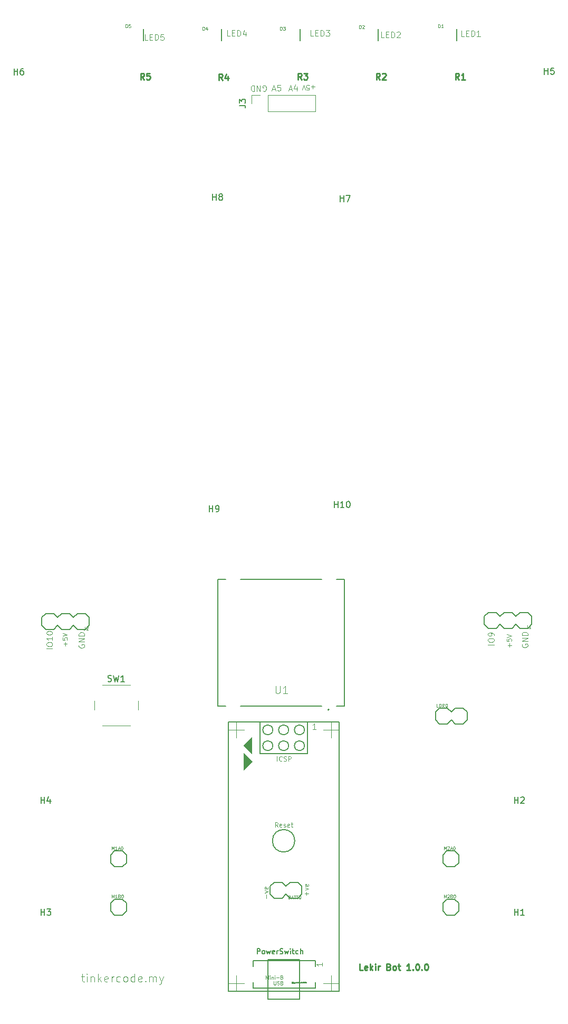
<source format=gbr>
%TF.GenerationSoftware,KiCad,Pcbnew,7.0.7*%
%TF.CreationDate,2024-03-05T14:43:23+08:00*%
%TF.ProjectId,lekirbotv2,6c656b69-7262-46f7-9476-322e6b696361,rev?*%
%TF.SameCoordinates,Original*%
%TF.FileFunction,Legend,Top*%
%TF.FilePolarity,Positive*%
%FSLAX46Y46*%
G04 Gerber Fmt 4.6, Leading zero omitted, Abs format (unit mm)*
G04 Created by KiCad (PCBNEW 7.0.7) date 2024-03-05 14:43:23*
%MOMM*%
%LPD*%
G01*
G04 APERTURE LIST*
%ADD10C,0.081280*%
%ADD11C,0.065024*%
%ADD12C,0.250000*%
%ADD13C,0.113792*%
%ADD14C,0.150000*%
%ADD15C,0.097536*%
%ADD16C,0.121920*%
%ADD17C,0.000508*%
%ADD18C,0.048768*%
%ADD19C,0.182880*%
%ADD20C,0.101600*%
%ADD21C,0.120000*%
%ADD22C,0.203200*%
%ADD23C,0.127000*%
%ADD24C,0.015875*%
%ADD25C,0.200000*%
G04 APERTURE END LIST*
D10*
X90655914Y-44266318D02*
X91101019Y-44266318D01*
X90566893Y-44533381D02*
X90878467Y-43598661D01*
X90878467Y-43598661D02*
X91190040Y-44533381D01*
X91946719Y-43598661D02*
X91501614Y-43598661D01*
X91501614Y-43598661D02*
X91457103Y-44043766D01*
X91457103Y-44043766D02*
X91501614Y-43999255D01*
X91501614Y-43999255D02*
X91590635Y-43954745D01*
X91590635Y-43954745D02*
X91813187Y-43954745D01*
X91813187Y-43954745D02*
X91902208Y-43999255D01*
X91902208Y-43999255D02*
X91946719Y-44043766D01*
X91946719Y-44043766D02*
X91991229Y-44132787D01*
X91991229Y-44132787D02*
X91991229Y-44355339D01*
X91991229Y-44355339D02*
X91946719Y-44444360D01*
X91946719Y-44444360D02*
X91902208Y-44488871D01*
X91902208Y-44488871D02*
X91813187Y-44533381D01*
X91813187Y-44533381D02*
X91590635Y-44533381D01*
X91590635Y-44533381D02*
X91501614Y-44488871D01*
X91501614Y-44488871D02*
X91457103Y-44444360D01*
D11*
X57431038Y-133501631D02*
X57431038Y-132931897D01*
X57715905Y-133216764D02*
X57146171Y-133216764D01*
X56968129Y-132219729D02*
X56968129Y-132575813D01*
X56968129Y-132575813D02*
X57324213Y-132611421D01*
X57324213Y-132611421D02*
X57288604Y-132575813D01*
X57288604Y-132575813D02*
X57252996Y-132504596D01*
X57252996Y-132504596D02*
X57252996Y-132326554D01*
X57252996Y-132326554D02*
X57288604Y-132255337D01*
X57288604Y-132255337D02*
X57324213Y-132219729D01*
X57324213Y-132219729D02*
X57395429Y-132184120D01*
X57395429Y-132184120D02*
X57573471Y-132184120D01*
X57573471Y-132184120D02*
X57644688Y-132219729D01*
X57644688Y-132219729D02*
X57680297Y-132255337D01*
X57680297Y-132255337D02*
X57715905Y-132326554D01*
X57715905Y-132326554D02*
X57715905Y-132504596D01*
X57715905Y-132504596D02*
X57680297Y-132575813D01*
X57680297Y-132575813D02*
X57644688Y-132611421D01*
X56968129Y-131970470D02*
X57715905Y-131721211D01*
X57715905Y-131721211D02*
X56968129Y-131471952D01*
D12*
X105171158Y-185520750D02*
X104694968Y-185520750D01*
X104694968Y-185520750D02*
X104694968Y-184520750D01*
X105885444Y-185473131D02*
X105790206Y-185520750D01*
X105790206Y-185520750D02*
X105599730Y-185520750D01*
X105599730Y-185520750D02*
X105504492Y-185473131D01*
X105504492Y-185473131D02*
X105456873Y-185377892D01*
X105456873Y-185377892D02*
X105456873Y-184996940D01*
X105456873Y-184996940D02*
X105504492Y-184901702D01*
X105504492Y-184901702D02*
X105599730Y-184854083D01*
X105599730Y-184854083D02*
X105790206Y-184854083D01*
X105790206Y-184854083D02*
X105885444Y-184901702D01*
X105885444Y-184901702D02*
X105933063Y-184996940D01*
X105933063Y-184996940D02*
X105933063Y-185092178D01*
X105933063Y-185092178D02*
X105456873Y-185187416D01*
X106361635Y-185520750D02*
X106361635Y-184520750D01*
X106456873Y-185139797D02*
X106742587Y-185520750D01*
X106742587Y-184854083D02*
X106361635Y-185235035D01*
X107171159Y-185520750D02*
X107171159Y-184854083D01*
X107171159Y-184520750D02*
X107123540Y-184568369D01*
X107123540Y-184568369D02*
X107171159Y-184615988D01*
X107171159Y-184615988D02*
X107218778Y-184568369D01*
X107218778Y-184568369D02*
X107171159Y-184520750D01*
X107171159Y-184520750D02*
X107171159Y-184615988D01*
X107647349Y-185520750D02*
X107647349Y-184854083D01*
X107647349Y-185044559D02*
X107694968Y-184949321D01*
X107694968Y-184949321D02*
X107742587Y-184901702D01*
X107742587Y-184901702D02*
X107837825Y-184854083D01*
X107837825Y-184854083D02*
X107933063Y-184854083D01*
X109361635Y-184996940D02*
X109504492Y-185044559D01*
X109504492Y-185044559D02*
X109552111Y-185092178D01*
X109552111Y-185092178D02*
X109599730Y-185187416D01*
X109599730Y-185187416D02*
X109599730Y-185330273D01*
X109599730Y-185330273D02*
X109552111Y-185425511D01*
X109552111Y-185425511D02*
X109504492Y-185473131D01*
X109504492Y-185473131D02*
X109409254Y-185520750D01*
X109409254Y-185520750D02*
X109028302Y-185520750D01*
X109028302Y-185520750D02*
X109028302Y-184520750D01*
X109028302Y-184520750D02*
X109361635Y-184520750D01*
X109361635Y-184520750D02*
X109456873Y-184568369D01*
X109456873Y-184568369D02*
X109504492Y-184615988D01*
X109504492Y-184615988D02*
X109552111Y-184711226D01*
X109552111Y-184711226D02*
X109552111Y-184806464D01*
X109552111Y-184806464D02*
X109504492Y-184901702D01*
X109504492Y-184901702D02*
X109456873Y-184949321D01*
X109456873Y-184949321D02*
X109361635Y-184996940D01*
X109361635Y-184996940D02*
X109028302Y-184996940D01*
X110171159Y-185520750D02*
X110075921Y-185473131D01*
X110075921Y-185473131D02*
X110028302Y-185425511D01*
X110028302Y-185425511D02*
X109980683Y-185330273D01*
X109980683Y-185330273D02*
X109980683Y-185044559D01*
X109980683Y-185044559D02*
X110028302Y-184949321D01*
X110028302Y-184949321D02*
X110075921Y-184901702D01*
X110075921Y-184901702D02*
X110171159Y-184854083D01*
X110171159Y-184854083D02*
X110314016Y-184854083D01*
X110314016Y-184854083D02*
X110409254Y-184901702D01*
X110409254Y-184901702D02*
X110456873Y-184949321D01*
X110456873Y-184949321D02*
X110504492Y-185044559D01*
X110504492Y-185044559D02*
X110504492Y-185330273D01*
X110504492Y-185330273D02*
X110456873Y-185425511D01*
X110456873Y-185425511D02*
X110409254Y-185473131D01*
X110409254Y-185473131D02*
X110314016Y-185520750D01*
X110314016Y-185520750D02*
X110171159Y-185520750D01*
X110790207Y-184854083D02*
X111171159Y-184854083D01*
X110933064Y-184520750D02*
X110933064Y-185377892D01*
X110933064Y-185377892D02*
X110980683Y-185473131D01*
X110980683Y-185473131D02*
X111075921Y-185520750D01*
X111075921Y-185520750D02*
X111171159Y-185520750D01*
X112790207Y-185520750D02*
X112218779Y-185520750D01*
X112504493Y-185520750D02*
X112504493Y-184520750D01*
X112504493Y-184520750D02*
X112409255Y-184663607D01*
X112409255Y-184663607D02*
X112314017Y-184758845D01*
X112314017Y-184758845D02*
X112218779Y-184806464D01*
X113218779Y-185425511D02*
X113266398Y-185473131D01*
X113266398Y-185473131D02*
X113218779Y-185520750D01*
X113218779Y-185520750D02*
X113171160Y-185473131D01*
X113171160Y-185473131D02*
X113218779Y-185425511D01*
X113218779Y-185425511D02*
X113218779Y-185520750D01*
X113885445Y-184520750D02*
X113980683Y-184520750D01*
X113980683Y-184520750D02*
X114075921Y-184568369D01*
X114075921Y-184568369D02*
X114123540Y-184615988D01*
X114123540Y-184615988D02*
X114171159Y-184711226D01*
X114171159Y-184711226D02*
X114218778Y-184901702D01*
X114218778Y-184901702D02*
X114218778Y-185139797D01*
X114218778Y-185139797D02*
X114171159Y-185330273D01*
X114171159Y-185330273D02*
X114123540Y-185425511D01*
X114123540Y-185425511D02*
X114075921Y-185473131D01*
X114075921Y-185473131D02*
X113980683Y-185520750D01*
X113980683Y-185520750D02*
X113885445Y-185520750D01*
X113885445Y-185520750D02*
X113790207Y-185473131D01*
X113790207Y-185473131D02*
X113742588Y-185425511D01*
X113742588Y-185425511D02*
X113694969Y-185330273D01*
X113694969Y-185330273D02*
X113647350Y-185139797D01*
X113647350Y-185139797D02*
X113647350Y-184901702D01*
X113647350Y-184901702D02*
X113694969Y-184711226D01*
X113694969Y-184711226D02*
X113742588Y-184615988D01*
X113742588Y-184615988D02*
X113790207Y-184568369D01*
X113790207Y-184568369D02*
X113885445Y-184520750D01*
X114647350Y-185425511D02*
X114694969Y-185473131D01*
X114694969Y-185473131D02*
X114647350Y-185520750D01*
X114647350Y-185520750D02*
X114599731Y-185473131D01*
X114599731Y-185473131D02*
X114647350Y-185425511D01*
X114647350Y-185425511D02*
X114647350Y-185520750D01*
X115314016Y-184520750D02*
X115409254Y-184520750D01*
X115409254Y-184520750D02*
X115504492Y-184568369D01*
X115504492Y-184568369D02*
X115552111Y-184615988D01*
X115552111Y-184615988D02*
X115599730Y-184711226D01*
X115599730Y-184711226D02*
X115647349Y-184901702D01*
X115647349Y-184901702D02*
X115647349Y-185139797D01*
X115647349Y-185139797D02*
X115599730Y-185330273D01*
X115599730Y-185330273D02*
X115552111Y-185425511D01*
X115552111Y-185425511D02*
X115504492Y-185473131D01*
X115504492Y-185473131D02*
X115409254Y-185520750D01*
X115409254Y-185520750D02*
X115314016Y-185520750D01*
X115314016Y-185520750D02*
X115218778Y-185473131D01*
X115218778Y-185473131D02*
X115171159Y-185425511D01*
X115171159Y-185425511D02*
X115123540Y-185330273D01*
X115123540Y-185330273D02*
X115075921Y-185139797D01*
X115075921Y-185139797D02*
X115075921Y-184901702D01*
X115075921Y-184901702D02*
X115123540Y-184711226D01*
X115123540Y-184711226D02*
X115171159Y-184615988D01*
X115171159Y-184615988D02*
X115218778Y-184568369D01*
X115218778Y-184568369D02*
X115314016Y-184520750D01*
D11*
X128728838Y-133704831D02*
X128728838Y-133135097D01*
X129013705Y-133419964D02*
X128443971Y-133419964D01*
X128265929Y-132422929D02*
X128265929Y-132779013D01*
X128265929Y-132779013D02*
X128622013Y-132814621D01*
X128622013Y-132814621D02*
X128586404Y-132779013D01*
X128586404Y-132779013D02*
X128550796Y-132707796D01*
X128550796Y-132707796D02*
X128550796Y-132529754D01*
X128550796Y-132529754D02*
X128586404Y-132458537D01*
X128586404Y-132458537D02*
X128622013Y-132422929D01*
X128622013Y-132422929D02*
X128693229Y-132387320D01*
X128693229Y-132387320D02*
X128871271Y-132387320D01*
X128871271Y-132387320D02*
X128942488Y-132422929D01*
X128942488Y-132422929D02*
X128978097Y-132458537D01*
X128978097Y-132458537D02*
X129013705Y-132529754D01*
X129013705Y-132529754D02*
X129013705Y-132707796D01*
X129013705Y-132707796D02*
X128978097Y-132779013D01*
X128978097Y-132779013D02*
X128942488Y-132814621D01*
X128265929Y-132173670D02*
X129013705Y-131924411D01*
X129013705Y-131924411D02*
X128265929Y-131675152D01*
D10*
X108591677Y-36025803D02*
X108146572Y-36025803D01*
X108146572Y-36025803D02*
X108146572Y-35091083D01*
X108903250Y-35536188D02*
X109214823Y-35536188D01*
X109348355Y-36025803D02*
X108903250Y-36025803D01*
X108903250Y-36025803D02*
X108903250Y-35091083D01*
X108903250Y-35091083D02*
X109348355Y-35091083D01*
X109748949Y-36025803D02*
X109748949Y-35091083D01*
X109748949Y-35091083D02*
X109971501Y-35091083D01*
X109971501Y-35091083D02*
X110105033Y-35135593D01*
X110105033Y-35135593D02*
X110194054Y-35224614D01*
X110194054Y-35224614D02*
X110238564Y-35313635D01*
X110238564Y-35313635D02*
X110283075Y-35491677D01*
X110283075Y-35491677D02*
X110283075Y-35625209D01*
X110283075Y-35625209D02*
X110238564Y-35803251D01*
X110238564Y-35803251D02*
X110194054Y-35892272D01*
X110194054Y-35892272D02*
X110105033Y-35981293D01*
X110105033Y-35981293D02*
X109971501Y-36025803D01*
X109971501Y-36025803D02*
X109748949Y-36025803D01*
X110639158Y-35180104D02*
X110683669Y-35135593D01*
X110683669Y-35135593D02*
X110772690Y-35091083D01*
X110772690Y-35091083D02*
X110995242Y-35091083D01*
X110995242Y-35091083D02*
X111084263Y-35135593D01*
X111084263Y-35135593D02*
X111128774Y-35180104D01*
X111128774Y-35180104D02*
X111173284Y-35269125D01*
X111173284Y-35269125D02*
X111173284Y-35358146D01*
X111173284Y-35358146D02*
X111128774Y-35491677D01*
X111128774Y-35491677D02*
X110594648Y-36025803D01*
X110594648Y-36025803D02*
X111173284Y-36025803D01*
D11*
X97442580Y-43914161D02*
X96872846Y-43914161D01*
X97157713Y-43629294D02*
X97157713Y-44199028D01*
X96160678Y-44377070D02*
X96516762Y-44377070D01*
X96516762Y-44377070D02*
X96552370Y-44020986D01*
X96552370Y-44020986D02*
X96516762Y-44056595D01*
X96516762Y-44056595D02*
X96445545Y-44092203D01*
X96445545Y-44092203D02*
X96267503Y-44092203D01*
X96267503Y-44092203D02*
X96196286Y-44056595D01*
X96196286Y-44056595D02*
X96160678Y-44020986D01*
X96160678Y-44020986D02*
X96125069Y-43949770D01*
X96125069Y-43949770D02*
X96125069Y-43771728D01*
X96125069Y-43771728D02*
X96160678Y-43700511D01*
X96160678Y-43700511D02*
X96196286Y-43664903D01*
X96196286Y-43664903D02*
X96267503Y-43629294D01*
X96267503Y-43629294D02*
X96445545Y-43629294D01*
X96445545Y-43629294D02*
X96516762Y-43664903D01*
X96516762Y-43664903D02*
X96552370Y-43700511D01*
X95911419Y-44377070D02*
X95662160Y-43629294D01*
X95662160Y-43629294D02*
X95412901Y-44377070D01*
X96140638Y-173532031D02*
X96140638Y-172962297D01*
X96425505Y-173247164D02*
X95855771Y-173247164D01*
X95926988Y-172677429D02*
X96425505Y-172499387D01*
X96425505Y-172499387D02*
X95926988Y-172321346D01*
X96389897Y-171751612D02*
X96425505Y-171822828D01*
X96425505Y-171822828D02*
X96425505Y-171965262D01*
X96425505Y-171965262D02*
X96389897Y-172036479D01*
X96389897Y-172036479D02*
X96318680Y-172072087D01*
X96318680Y-172072087D02*
X96033813Y-172072087D01*
X96033813Y-172072087D02*
X95962596Y-172036479D01*
X95962596Y-172036479D02*
X95926988Y-171965262D01*
X95926988Y-171965262D02*
X95926988Y-171822828D01*
X95926988Y-171822828D02*
X95962596Y-171751612D01*
X95962596Y-171751612D02*
X96033813Y-171716003D01*
X96033813Y-171716003D02*
X96105029Y-171716003D01*
X96105029Y-171716003D02*
X96176246Y-172072087D01*
D10*
X59595971Y-133337810D02*
X59551461Y-133426831D01*
X59551461Y-133426831D02*
X59551461Y-133560362D01*
X59551461Y-133560362D02*
X59595971Y-133693894D01*
X59595971Y-133693894D02*
X59684992Y-133782915D01*
X59684992Y-133782915D02*
X59774013Y-133827425D01*
X59774013Y-133827425D02*
X59952055Y-133871936D01*
X59952055Y-133871936D02*
X60085587Y-133871936D01*
X60085587Y-133871936D02*
X60263629Y-133827425D01*
X60263629Y-133827425D02*
X60352650Y-133782915D01*
X60352650Y-133782915D02*
X60441671Y-133693894D01*
X60441671Y-133693894D02*
X60486181Y-133560362D01*
X60486181Y-133560362D02*
X60486181Y-133471341D01*
X60486181Y-133471341D02*
X60441671Y-133337810D01*
X60441671Y-133337810D02*
X60397160Y-133293299D01*
X60397160Y-133293299D02*
X60085587Y-133293299D01*
X60085587Y-133293299D02*
X60085587Y-133471341D01*
X60486181Y-132892705D02*
X59551461Y-132892705D01*
X59551461Y-132892705D02*
X60486181Y-132358579D01*
X60486181Y-132358579D02*
X59551461Y-132358579D01*
X60486181Y-131913475D02*
X59551461Y-131913475D01*
X59551461Y-131913475D02*
X59551461Y-131690923D01*
X59551461Y-131690923D02*
X59595971Y-131557391D01*
X59595971Y-131557391D02*
X59684992Y-131468370D01*
X59684992Y-131468370D02*
X59774013Y-131423860D01*
X59774013Y-131423860D02*
X59952055Y-131379349D01*
X59952055Y-131379349D02*
X60085587Y-131379349D01*
X60085587Y-131379349D02*
X60263629Y-131423860D01*
X60263629Y-131423860D02*
X60352650Y-131468370D01*
X60352650Y-131468370D02*
X60441671Y-131557391D01*
X60441671Y-131557391D02*
X60486181Y-131690923D01*
X60486181Y-131690923D02*
X60486181Y-131913475D01*
D13*
X59940692Y-186531979D02*
X60439209Y-186531979D01*
X60127636Y-186095776D02*
X60127636Y-187217440D01*
X60127636Y-187217440D02*
X60189951Y-187342070D01*
X60189951Y-187342070D02*
X60314580Y-187404384D01*
X60314580Y-187404384D02*
X60439209Y-187404384D01*
X60875412Y-187404384D02*
X60875412Y-186531979D01*
X60875412Y-186095776D02*
X60813097Y-186158091D01*
X60813097Y-186158091D02*
X60875412Y-186220406D01*
X60875412Y-186220406D02*
X60937727Y-186158091D01*
X60937727Y-186158091D02*
X60875412Y-186095776D01*
X60875412Y-186095776D02*
X60875412Y-186220406D01*
X61498559Y-186531979D02*
X61498559Y-187404384D01*
X61498559Y-186656608D02*
X61560874Y-186594294D01*
X61560874Y-186594294D02*
X61685503Y-186531979D01*
X61685503Y-186531979D02*
X61872447Y-186531979D01*
X61872447Y-186531979D02*
X61997076Y-186594294D01*
X61997076Y-186594294D02*
X62059391Y-186718923D01*
X62059391Y-186718923D02*
X62059391Y-187404384D01*
X62682538Y-187404384D02*
X62682538Y-186095776D01*
X62807167Y-186905867D02*
X63181055Y-187404384D01*
X63181055Y-186531979D02*
X62682538Y-187030496D01*
X64240404Y-187342070D02*
X64115775Y-187404384D01*
X64115775Y-187404384D02*
X63866516Y-187404384D01*
X63866516Y-187404384D02*
X63741887Y-187342070D01*
X63741887Y-187342070D02*
X63679572Y-187217440D01*
X63679572Y-187217440D02*
X63679572Y-186718923D01*
X63679572Y-186718923D02*
X63741887Y-186594294D01*
X63741887Y-186594294D02*
X63866516Y-186531979D01*
X63866516Y-186531979D02*
X64115775Y-186531979D01*
X64115775Y-186531979D02*
X64240404Y-186594294D01*
X64240404Y-186594294D02*
X64302719Y-186718923D01*
X64302719Y-186718923D02*
X64302719Y-186843552D01*
X64302719Y-186843552D02*
X63679572Y-186968182D01*
X64863551Y-187404384D02*
X64863551Y-186531979D01*
X64863551Y-186781238D02*
X64925866Y-186656608D01*
X64925866Y-186656608D02*
X64988180Y-186594294D01*
X64988180Y-186594294D02*
X65112810Y-186531979D01*
X65112810Y-186531979D02*
X65237439Y-186531979D01*
X66234474Y-187342070D02*
X66109845Y-187404384D01*
X66109845Y-187404384D02*
X65860586Y-187404384D01*
X65860586Y-187404384D02*
X65735957Y-187342070D01*
X65735957Y-187342070D02*
X65673642Y-187279755D01*
X65673642Y-187279755D02*
X65611327Y-187155126D01*
X65611327Y-187155126D02*
X65611327Y-186781238D01*
X65611327Y-186781238D02*
X65673642Y-186656608D01*
X65673642Y-186656608D02*
X65735957Y-186594294D01*
X65735957Y-186594294D02*
X65860586Y-186531979D01*
X65860586Y-186531979D02*
X66109845Y-186531979D01*
X66109845Y-186531979D02*
X66234474Y-186594294D01*
X66982250Y-187404384D02*
X66857621Y-187342070D01*
X66857621Y-187342070D02*
X66795306Y-187279755D01*
X66795306Y-187279755D02*
X66732991Y-187155126D01*
X66732991Y-187155126D02*
X66732991Y-186781238D01*
X66732991Y-186781238D02*
X66795306Y-186656608D01*
X66795306Y-186656608D02*
X66857621Y-186594294D01*
X66857621Y-186594294D02*
X66982250Y-186531979D01*
X66982250Y-186531979D02*
X67169194Y-186531979D01*
X67169194Y-186531979D02*
X67293823Y-186594294D01*
X67293823Y-186594294D02*
X67356138Y-186656608D01*
X67356138Y-186656608D02*
X67418453Y-186781238D01*
X67418453Y-186781238D02*
X67418453Y-187155126D01*
X67418453Y-187155126D02*
X67356138Y-187279755D01*
X67356138Y-187279755D02*
X67293823Y-187342070D01*
X67293823Y-187342070D02*
X67169194Y-187404384D01*
X67169194Y-187404384D02*
X66982250Y-187404384D01*
X68540117Y-187404384D02*
X68540117Y-186095776D01*
X68540117Y-187342070D02*
X68415488Y-187404384D01*
X68415488Y-187404384D02*
X68166229Y-187404384D01*
X68166229Y-187404384D02*
X68041600Y-187342070D01*
X68041600Y-187342070D02*
X67979285Y-187279755D01*
X67979285Y-187279755D02*
X67916970Y-187155126D01*
X67916970Y-187155126D02*
X67916970Y-186781238D01*
X67916970Y-186781238D02*
X67979285Y-186656608D01*
X67979285Y-186656608D02*
X68041600Y-186594294D01*
X68041600Y-186594294D02*
X68166229Y-186531979D01*
X68166229Y-186531979D02*
X68415488Y-186531979D01*
X68415488Y-186531979D02*
X68540117Y-186594294D01*
X69661781Y-187342070D02*
X69537152Y-187404384D01*
X69537152Y-187404384D02*
X69287893Y-187404384D01*
X69287893Y-187404384D02*
X69163264Y-187342070D01*
X69163264Y-187342070D02*
X69100949Y-187217440D01*
X69100949Y-187217440D02*
X69100949Y-186718923D01*
X69100949Y-186718923D02*
X69163264Y-186594294D01*
X69163264Y-186594294D02*
X69287893Y-186531979D01*
X69287893Y-186531979D02*
X69537152Y-186531979D01*
X69537152Y-186531979D02*
X69661781Y-186594294D01*
X69661781Y-186594294D02*
X69724096Y-186718923D01*
X69724096Y-186718923D02*
X69724096Y-186843552D01*
X69724096Y-186843552D02*
X69100949Y-186968182D01*
X70284928Y-187279755D02*
X70347243Y-187342070D01*
X70347243Y-187342070D02*
X70284928Y-187404384D01*
X70284928Y-187404384D02*
X70222613Y-187342070D01*
X70222613Y-187342070D02*
X70284928Y-187279755D01*
X70284928Y-187279755D02*
X70284928Y-187404384D01*
X70908075Y-187404384D02*
X70908075Y-186531979D01*
X70908075Y-186656608D02*
X70970390Y-186594294D01*
X70970390Y-186594294D02*
X71095019Y-186531979D01*
X71095019Y-186531979D02*
X71281963Y-186531979D01*
X71281963Y-186531979D02*
X71406592Y-186594294D01*
X71406592Y-186594294D02*
X71468907Y-186718923D01*
X71468907Y-186718923D02*
X71468907Y-187404384D01*
X71468907Y-186718923D02*
X71531222Y-186594294D01*
X71531222Y-186594294D02*
X71655851Y-186531979D01*
X71655851Y-186531979D02*
X71842795Y-186531979D01*
X71842795Y-186531979D02*
X71967424Y-186594294D01*
X71967424Y-186594294D02*
X72029739Y-186718923D01*
X72029739Y-186718923D02*
X72029739Y-187404384D01*
X72528257Y-186531979D02*
X72839830Y-187404384D01*
X73151403Y-186531979D02*
X72839830Y-187404384D01*
X72839830Y-187404384D02*
X72715201Y-187715958D01*
X72715201Y-187715958D02*
X72652886Y-187778272D01*
X72652886Y-187778272D02*
X72528257Y-187840587D01*
D11*
X89649535Y-173976090D02*
X89649535Y-173406356D01*
X89435885Y-173121488D02*
X89934402Y-172943446D01*
X89934402Y-172943446D02*
X89435885Y-172765405D01*
X89898794Y-172195671D02*
X89934402Y-172266887D01*
X89934402Y-172266887D02*
X89934402Y-172409321D01*
X89934402Y-172409321D02*
X89898794Y-172480538D01*
X89898794Y-172480538D02*
X89827577Y-172516146D01*
X89827577Y-172516146D02*
X89542710Y-172516146D01*
X89542710Y-172516146D02*
X89471493Y-172480538D01*
X89471493Y-172480538D02*
X89435885Y-172409321D01*
X89435885Y-172409321D02*
X89435885Y-172266887D01*
X89435885Y-172266887D02*
X89471493Y-172195671D01*
X89471493Y-172195671D02*
X89542710Y-172160062D01*
X89542710Y-172160062D02*
X89613926Y-172160062D01*
X89613926Y-172160062D02*
X89685143Y-172516146D01*
D10*
X93322914Y-44266318D02*
X93768019Y-44266318D01*
X93233893Y-44533381D02*
X93545467Y-43598661D01*
X93545467Y-43598661D02*
X93857040Y-44533381D01*
X94569208Y-43910234D02*
X94569208Y-44533381D01*
X94346656Y-43554151D02*
X94124103Y-44221808D01*
X94124103Y-44221808D02*
X94702740Y-44221808D01*
X130766771Y-133261610D02*
X130722261Y-133350631D01*
X130722261Y-133350631D02*
X130722261Y-133484162D01*
X130722261Y-133484162D02*
X130766771Y-133617694D01*
X130766771Y-133617694D02*
X130855792Y-133706715D01*
X130855792Y-133706715D02*
X130944813Y-133751225D01*
X130944813Y-133751225D02*
X131122855Y-133795736D01*
X131122855Y-133795736D02*
X131256387Y-133795736D01*
X131256387Y-133795736D02*
X131434429Y-133751225D01*
X131434429Y-133751225D02*
X131523450Y-133706715D01*
X131523450Y-133706715D02*
X131612471Y-133617694D01*
X131612471Y-133617694D02*
X131656981Y-133484162D01*
X131656981Y-133484162D02*
X131656981Y-133395141D01*
X131656981Y-133395141D02*
X131612471Y-133261610D01*
X131612471Y-133261610D02*
X131567960Y-133217099D01*
X131567960Y-133217099D02*
X131256387Y-133217099D01*
X131256387Y-133217099D02*
X131256387Y-133395141D01*
X131656981Y-132816505D02*
X130722261Y-132816505D01*
X130722261Y-132816505D02*
X131656981Y-132282379D01*
X131656981Y-132282379D02*
X130722261Y-132282379D01*
X131656981Y-131837275D02*
X130722261Y-131837275D01*
X130722261Y-131837275D02*
X130722261Y-131614723D01*
X130722261Y-131614723D02*
X130766771Y-131481191D01*
X130766771Y-131481191D02*
X130855792Y-131392170D01*
X130855792Y-131392170D02*
X130944813Y-131347660D01*
X130944813Y-131347660D02*
X131122855Y-131303149D01*
X131122855Y-131303149D02*
X131256387Y-131303149D01*
X131256387Y-131303149D02*
X131434429Y-131347660D01*
X131434429Y-131347660D02*
X131523450Y-131392170D01*
X131523450Y-131392170D02*
X131612471Y-131481191D01*
X131612471Y-131481191D02*
X131656981Y-131614723D01*
X131656981Y-131614723D02*
X131656981Y-131837275D01*
X83881130Y-35771381D02*
X83436025Y-35771381D01*
X83436025Y-35771381D02*
X83436025Y-34836661D01*
X84192703Y-35281766D02*
X84504276Y-35281766D01*
X84637808Y-35771381D02*
X84192703Y-35771381D01*
X84192703Y-35771381D02*
X84192703Y-34836661D01*
X84192703Y-34836661D02*
X84637808Y-34836661D01*
X85038402Y-35771381D02*
X85038402Y-34836661D01*
X85038402Y-34836661D02*
X85260954Y-34836661D01*
X85260954Y-34836661D02*
X85394486Y-34881171D01*
X85394486Y-34881171D02*
X85483507Y-34970192D01*
X85483507Y-34970192D02*
X85528017Y-35059213D01*
X85528017Y-35059213D02*
X85572528Y-35237255D01*
X85572528Y-35237255D02*
X85572528Y-35370787D01*
X85572528Y-35370787D02*
X85528017Y-35548829D01*
X85528017Y-35548829D02*
X85483507Y-35637850D01*
X85483507Y-35637850D02*
X85394486Y-35726871D01*
X85394486Y-35726871D02*
X85260954Y-35771381D01*
X85260954Y-35771381D02*
X85038402Y-35771381D01*
X86373716Y-35148234D02*
X86373716Y-35771381D01*
X86151164Y-34792151D02*
X85928611Y-35459808D01*
X85928611Y-35459808D02*
X86507248Y-35459808D01*
X126221381Y-133344825D02*
X125286661Y-133344825D01*
X125286661Y-132721678D02*
X125286661Y-132543636D01*
X125286661Y-132543636D02*
X125331171Y-132454615D01*
X125331171Y-132454615D02*
X125420192Y-132365594D01*
X125420192Y-132365594D02*
X125598234Y-132321084D01*
X125598234Y-132321084D02*
X125909808Y-132321084D01*
X125909808Y-132321084D02*
X126087850Y-132365594D01*
X126087850Y-132365594D02*
X126176871Y-132454615D01*
X126176871Y-132454615D02*
X126221381Y-132543636D01*
X126221381Y-132543636D02*
X126221381Y-132721678D01*
X126221381Y-132721678D02*
X126176871Y-132810699D01*
X126176871Y-132810699D02*
X126087850Y-132899720D01*
X126087850Y-132899720D02*
X125909808Y-132944231D01*
X125909808Y-132944231D02*
X125598234Y-132944231D01*
X125598234Y-132944231D02*
X125420192Y-132899720D01*
X125420192Y-132899720D02*
X125331171Y-132810699D01*
X125331171Y-132810699D02*
X125286661Y-132721678D01*
X126221381Y-131875980D02*
X126221381Y-131697938D01*
X126221381Y-131697938D02*
X126176871Y-131608917D01*
X126176871Y-131608917D02*
X126132360Y-131564406D01*
X126132360Y-131564406D02*
X125998829Y-131475385D01*
X125998829Y-131475385D02*
X125820787Y-131430875D01*
X125820787Y-131430875D02*
X125464703Y-131430875D01*
X125464703Y-131430875D02*
X125375682Y-131475385D01*
X125375682Y-131475385D02*
X125331171Y-131519896D01*
X125331171Y-131519896D02*
X125286661Y-131608917D01*
X125286661Y-131608917D02*
X125286661Y-131786959D01*
X125286661Y-131786959D02*
X125331171Y-131875980D01*
X125331171Y-131875980D02*
X125375682Y-131920490D01*
X125375682Y-131920490D02*
X125464703Y-131965001D01*
X125464703Y-131965001D02*
X125687255Y-131965001D01*
X125687255Y-131965001D02*
X125776276Y-131920490D01*
X125776276Y-131920490D02*
X125820787Y-131875980D01*
X125820787Y-131875980D02*
X125865297Y-131786959D01*
X125865297Y-131786959D02*
X125865297Y-131608917D01*
X125865297Y-131608917D02*
X125820787Y-131519896D01*
X125820787Y-131519896D02*
X125776276Y-131475385D01*
X125776276Y-131475385D02*
X125687255Y-131430875D01*
X70647730Y-36418081D02*
X70202625Y-36418081D01*
X70202625Y-36418081D02*
X70202625Y-35483361D01*
X70959303Y-35928466D02*
X71270876Y-35928466D01*
X71404408Y-36418081D02*
X70959303Y-36418081D01*
X70959303Y-36418081D02*
X70959303Y-35483361D01*
X70959303Y-35483361D02*
X71404408Y-35483361D01*
X71805002Y-36418081D02*
X71805002Y-35483361D01*
X71805002Y-35483361D02*
X72027554Y-35483361D01*
X72027554Y-35483361D02*
X72161086Y-35527871D01*
X72161086Y-35527871D02*
X72250107Y-35616892D01*
X72250107Y-35616892D02*
X72294617Y-35705913D01*
X72294617Y-35705913D02*
X72339128Y-35883955D01*
X72339128Y-35883955D02*
X72339128Y-36017487D01*
X72339128Y-36017487D02*
X72294617Y-36195529D01*
X72294617Y-36195529D02*
X72250107Y-36284550D01*
X72250107Y-36284550D02*
X72161086Y-36373571D01*
X72161086Y-36373571D02*
X72027554Y-36418081D01*
X72027554Y-36418081D02*
X71805002Y-36418081D01*
X73184827Y-35483361D02*
X72739722Y-35483361D01*
X72739722Y-35483361D02*
X72695211Y-35928466D01*
X72695211Y-35928466D02*
X72739722Y-35883955D01*
X72739722Y-35883955D02*
X72828743Y-35839445D01*
X72828743Y-35839445D02*
X73051295Y-35839445D01*
X73051295Y-35839445D02*
X73140316Y-35883955D01*
X73140316Y-35883955D02*
X73184827Y-35928466D01*
X73184827Y-35928466D02*
X73229337Y-36017487D01*
X73229337Y-36017487D02*
X73229337Y-36240039D01*
X73229337Y-36240039D02*
X73184827Y-36329060D01*
X73184827Y-36329060D02*
X73140316Y-36373571D01*
X73140316Y-36373571D02*
X73051295Y-36418081D01*
X73051295Y-36418081D02*
X72828743Y-36418081D01*
X72828743Y-36418081D02*
X72739722Y-36373571D01*
X72739722Y-36373571D02*
X72695211Y-36329060D01*
X89150759Y-44568628D02*
X89239780Y-44613138D01*
X89239780Y-44613138D02*
X89373311Y-44613138D01*
X89373311Y-44613138D02*
X89506843Y-44568628D01*
X89506843Y-44568628D02*
X89595864Y-44479607D01*
X89595864Y-44479607D02*
X89640374Y-44390586D01*
X89640374Y-44390586D02*
X89684885Y-44212544D01*
X89684885Y-44212544D02*
X89684885Y-44079012D01*
X89684885Y-44079012D02*
X89640374Y-43900970D01*
X89640374Y-43900970D02*
X89595864Y-43811949D01*
X89595864Y-43811949D02*
X89506843Y-43722929D01*
X89506843Y-43722929D02*
X89373311Y-43678418D01*
X89373311Y-43678418D02*
X89284290Y-43678418D01*
X89284290Y-43678418D02*
X89150759Y-43722929D01*
X89150759Y-43722929D02*
X89106248Y-43767439D01*
X89106248Y-43767439D02*
X89106248Y-44079012D01*
X89106248Y-44079012D02*
X89284290Y-44079012D01*
X88705654Y-43678418D02*
X88705654Y-44613138D01*
X88705654Y-44613138D02*
X88171528Y-43678418D01*
X88171528Y-43678418D02*
X88171528Y-44613138D01*
X87726424Y-43678418D02*
X87726424Y-44613138D01*
X87726424Y-44613138D02*
X87503872Y-44613138D01*
X87503872Y-44613138D02*
X87370340Y-44568628D01*
X87370340Y-44568628D02*
X87281319Y-44479607D01*
X87281319Y-44479607D02*
X87236809Y-44390586D01*
X87236809Y-44390586D02*
X87192298Y-44212544D01*
X87192298Y-44212544D02*
X87192298Y-44079012D01*
X87192298Y-44079012D02*
X87236809Y-43900970D01*
X87236809Y-43900970D02*
X87281319Y-43811949D01*
X87281319Y-43811949D02*
X87370340Y-43722929D01*
X87370340Y-43722929D02*
X87503872Y-43678418D01*
X87503872Y-43678418D02*
X87726424Y-43678418D01*
X97241530Y-35770381D02*
X96796425Y-35770381D01*
X96796425Y-35770381D02*
X96796425Y-34835661D01*
X97553103Y-35280766D02*
X97864676Y-35280766D01*
X97998208Y-35770381D02*
X97553103Y-35770381D01*
X97553103Y-35770381D02*
X97553103Y-34835661D01*
X97553103Y-34835661D02*
X97998208Y-34835661D01*
X98398802Y-35770381D02*
X98398802Y-34835661D01*
X98398802Y-34835661D02*
X98621354Y-34835661D01*
X98621354Y-34835661D02*
X98754886Y-34880171D01*
X98754886Y-34880171D02*
X98843907Y-34969192D01*
X98843907Y-34969192D02*
X98888417Y-35058213D01*
X98888417Y-35058213D02*
X98932928Y-35236255D01*
X98932928Y-35236255D02*
X98932928Y-35369787D01*
X98932928Y-35369787D02*
X98888417Y-35547829D01*
X98888417Y-35547829D02*
X98843907Y-35636850D01*
X98843907Y-35636850D02*
X98754886Y-35725871D01*
X98754886Y-35725871D02*
X98621354Y-35770381D01*
X98621354Y-35770381D02*
X98398802Y-35770381D01*
X99244501Y-34835661D02*
X99823137Y-34835661D01*
X99823137Y-34835661D02*
X99511564Y-35191745D01*
X99511564Y-35191745D02*
X99645095Y-35191745D01*
X99645095Y-35191745D02*
X99734116Y-35236255D01*
X99734116Y-35236255D02*
X99778627Y-35280766D01*
X99778627Y-35280766D02*
X99823137Y-35369787D01*
X99823137Y-35369787D02*
X99823137Y-35592339D01*
X99823137Y-35592339D02*
X99778627Y-35681360D01*
X99778627Y-35681360D02*
X99734116Y-35725871D01*
X99734116Y-35725871D02*
X99645095Y-35770381D01*
X99645095Y-35770381D02*
X99378032Y-35770381D01*
X99378032Y-35770381D02*
X99289011Y-35725871D01*
X99289011Y-35725871D02*
X99244501Y-35681360D01*
X121444077Y-35797203D02*
X120998972Y-35797203D01*
X120998972Y-35797203D02*
X120998972Y-34862483D01*
X121755650Y-35307588D02*
X122067223Y-35307588D01*
X122200755Y-35797203D02*
X121755650Y-35797203D01*
X121755650Y-35797203D02*
X121755650Y-34862483D01*
X121755650Y-34862483D02*
X122200755Y-34862483D01*
X122601349Y-35797203D02*
X122601349Y-34862483D01*
X122601349Y-34862483D02*
X122823901Y-34862483D01*
X122823901Y-34862483D02*
X122957433Y-34906993D01*
X122957433Y-34906993D02*
X123046454Y-34996014D01*
X123046454Y-34996014D02*
X123090964Y-35085035D01*
X123090964Y-35085035D02*
X123135475Y-35263077D01*
X123135475Y-35263077D02*
X123135475Y-35396609D01*
X123135475Y-35396609D02*
X123090964Y-35574651D01*
X123090964Y-35574651D02*
X123046454Y-35663672D01*
X123046454Y-35663672D02*
X122957433Y-35752693D01*
X122957433Y-35752693D02*
X122823901Y-35797203D01*
X122823901Y-35797203D02*
X122601349Y-35797203D01*
X124025684Y-35797203D02*
X123491558Y-35797203D01*
X123758621Y-35797203D02*
X123758621Y-34862483D01*
X123758621Y-34862483D02*
X123669600Y-34996014D01*
X123669600Y-34996014D02*
X123580579Y-35085035D01*
X123580579Y-35085035D02*
X123491558Y-35129546D01*
X55329981Y-134005225D02*
X54395261Y-134005225D01*
X54395261Y-133382078D02*
X54395261Y-133204036D01*
X54395261Y-133204036D02*
X54439771Y-133115015D01*
X54439771Y-133115015D02*
X54528792Y-133025994D01*
X54528792Y-133025994D02*
X54706834Y-132981484D01*
X54706834Y-132981484D02*
X55018408Y-132981484D01*
X55018408Y-132981484D02*
X55196450Y-133025994D01*
X55196450Y-133025994D02*
X55285471Y-133115015D01*
X55285471Y-133115015D02*
X55329981Y-133204036D01*
X55329981Y-133204036D02*
X55329981Y-133382078D01*
X55329981Y-133382078D02*
X55285471Y-133471099D01*
X55285471Y-133471099D02*
X55196450Y-133560120D01*
X55196450Y-133560120D02*
X55018408Y-133604631D01*
X55018408Y-133604631D02*
X54706834Y-133604631D01*
X54706834Y-133604631D02*
X54528792Y-133560120D01*
X54528792Y-133560120D02*
X54439771Y-133471099D01*
X54439771Y-133471099D02*
X54395261Y-133382078D01*
X55329981Y-132091275D02*
X55329981Y-132625401D01*
X55329981Y-132358338D02*
X54395261Y-132358338D01*
X54395261Y-132358338D02*
X54528792Y-132447359D01*
X54528792Y-132447359D02*
X54617813Y-132536380D01*
X54617813Y-132536380D02*
X54662324Y-132625401D01*
X54395261Y-131512638D02*
X54395261Y-131423617D01*
X54395261Y-131423617D02*
X54439771Y-131334596D01*
X54439771Y-131334596D02*
X54484282Y-131290086D01*
X54484282Y-131290086D02*
X54573303Y-131245575D01*
X54573303Y-131245575D02*
X54751345Y-131201065D01*
X54751345Y-131201065D02*
X54973897Y-131201065D01*
X54973897Y-131201065D02*
X55151939Y-131245575D01*
X55151939Y-131245575D02*
X55240960Y-131290086D01*
X55240960Y-131290086D02*
X55285471Y-131334596D01*
X55285471Y-131334596D02*
X55329981Y-131423617D01*
X55329981Y-131423617D02*
X55329981Y-131512638D01*
X55329981Y-131512638D02*
X55285471Y-131601659D01*
X55285471Y-131601659D02*
X55240960Y-131646170D01*
X55240960Y-131646170D02*
X55151939Y-131690680D01*
X55151939Y-131690680D02*
X54973897Y-131735191D01*
X54973897Y-131735191D02*
X54751345Y-131735191D01*
X54751345Y-131735191D02*
X54573303Y-131690680D01*
X54573303Y-131690680D02*
X54484282Y-131646170D01*
X54484282Y-131646170D02*
X54439771Y-131601659D01*
X54439771Y-131601659D02*
X54395261Y-131512638D01*
D12*
X120610733Y-42738619D02*
X120277400Y-42262428D01*
X120039305Y-42738619D02*
X120039305Y-41738619D01*
X120039305Y-41738619D02*
X120420257Y-41738619D01*
X120420257Y-41738619D02*
X120515495Y-41786238D01*
X120515495Y-41786238D02*
X120563114Y-41833857D01*
X120563114Y-41833857D02*
X120610733Y-41929095D01*
X120610733Y-41929095D02*
X120610733Y-42071952D01*
X120610733Y-42071952D02*
X120563114Y-42167190D01*
X120563114Y-42167190D02*
X120515495Y-42214809D01*
X120515495Y-42214809D02*
X120420257Y-42262428D01*
X120420257Y-42262428D02*
X120039305Y-42262428D01*
X121563114Y-42738619D02*
X120991686Y-42738619D01*
X121277400Y-42738619D02*
X121277400Y-41738619D01*
X121277400Y-41738619D02*
X121182162Y-41881476D01*
X121182162Y-41881476D02*
X121086924Y-41976714D01*
X121086924Y-41976714D02*
X120991686Y-42024333D01*
X107910733Y-42738619D02*
X107577400Y-42262428D01*
X107339305Y-42738619D02*
X107339305Y-41738619D01*
X107339305Y-41738619D02*
X107720257Y-41738619D01*
X107720257Y-41738619D02*
X107815495Y-41786238D01*
X107815495Y-41786238D02*
X107863114Y-41833857D01*
X107863114Y-41833857D02*
X107910733Y-41929095D01*
X107910733Y-41929095D02*
X107910733Y-42071952D01*
X107910733Y-42071952D02*
X107863114Y-42167190D01*
X107863114Y-42167190D02*
X107815495Y-42214809D01*
X107815495Y-42214809D02*
X107720257Y-42262428D01*
X107720257Y-42262428D02*
X107339305Y-42262428D01*
X108291686Y-41833857D02*
X108339305Y-41786238D01*
X108339305Y-41786238D02*
X108434543Y-41738619D01*
X108434543Y-41738619D02*
X108672638Y-41738619D01*
X108672638Y-41738619D02*
X108767876Y-41786238D01*
X108767876Y-41786238D02*
X108815495Y-41833857D01*
X108815495Y-41833857D02*
X108863114Y-41929095D01*
X108863114Y-41929095D02*
X108863114Y-42024333D01*
X108863114Y-42024333D02*
X108815495Y-42167190D01*
X108815495Y-42167190D02*
X108244067Y-42738619D01*
X108244067Y-42738619D02*
X108863114Y-42738619D01*
D14*
X85331219Y-46890333D02*
X86045504Y-46890333D01*
X86045504Y-46890333D02*
X86188361Y-46937952D01*
X86188361Y-46937952D02*
X86283600Y-47033190D01*
X86283600Y-47033190D02*
X86331219Y-47176047D01*
X86331219Y-47176047D02*
X86331219Y-47271285D01*
X85331219Y-46509380D02*
X85331219Y-45890333D01*
X85331219Y-45890333D02*
X85712171Y-46223666D01*
X85712171Y-46223666D02*
X85712171Y-46080809D01*
X85712171Y-46080809D02*
X85759790Y-45985571D01*
X85759790Y-45985571D02*
X85807409Y-45937952D01*
X85807409Y-45937952D02*
X85902647Y-45890333D01*
X85902647Y-45890333D02*
X86140742Y-45890333D01*
X86140742Y-45890333D02*
X86235980Y-45937952D01*
X86235980Y-45937952D02*
X86283600Y-45985571D01*
X86283600Y-45985571D02*
X86331219Y-46080809D01*
X86331219Y-46080809D02*
X86331219Y-46366523D01*
X86331219Y-46366523D02*
X86283600Y-46461761D01*
X86283600Y-46461761D02*
X86235980Y-46509380D01*
X53505195Y-176708270D02*
X53505195Y-175708270D01*
X53505195Y-176184460D02*
X54076623Y-176184460D01*
X54076623Y-176708270D02*
X54076623Y-175708270D01*
X54457576Y-175708270D02*
X55076623Y-175708270D01*
X55076623Y-175708270D02*
X54743290Y-176089222D01*
X54743290Y-176089222D02*
X54886147Y-176089222D01*
X54886147Y-176089222D02*
X54981385Y-176136841D01*
X54981385Y-176136841D02*
X55029004Y-176184460D01*
X55029004Y-176184460D02*
X55076623Y-176279698D01*
X55076623Y-176279698D02*
X55076623Y-176517793D01*
X55076623Y-176517793D02*
X55029004Y-176613031D01*
X55029004Y-176613031D02*
X54981385Y-176660651D01*
X54981385Y-176660651D02*
X54886147Y-176708270D01*
X54886147Y-176708270D02*
X54600433Y-176708270D01*
X54600433Y-176708270D02*
X54505195Y-176660651D01*
X54505195Y-176660651D02*
X54457576Y-176613031D01*
D15*
X131609832Y-130272449D02*
X131609832Y-130638209D01*
X131609832Y-130638209D02*
X131585448Y-130711361D01*
X131585448Y-130711361D02*
X131536680Y-130760129D01*
X131536680Y-130760129D02*
X131463528Y-130784513D01*
X131463528Y-130784513D02*
X131414760Y-130784513D01*
X132121896Y-130784513D02*
X131829288Y-130784513D01*
X131975592Y-130784513D02*
X131975592Y-130272449D01*
X131975592Y-130272449D02*
X131926824Y-130345601D01*
X131926824Y-130345601D02*
X131878056Y-130394369D01*
X131878056Y-130394369D02*
X131829288Y-130418753D01*
X104626048Y-34552262D02*
X104626048Y-34040198D01*
X104626048Y-34040198D02*
X104747968Y-34040198D01*
X104747968Y-34040198D02*
X104821120Y-34064582D01*
X104821120Y-34064582D02*
X104869888Y-34113350D01*
X104869888Y-34113350D02*
X104894272Y-34162118D01*
X104894272Y-34162118D02*
X104918656Y-34259654D01*
X104918656Y-34259654D02*
X104918656Y-34332806D01*
X104918656Y-34332806D02*
X104894272Y-34430342D01*
X104894272Y-34430342D02*
X104869888Y-34479110D01*
X104869888Y-34479110D02*
X104821120Y-34527878D01*
X104821120Y-34527878D02*
X104747968Y-34552262D01*
X104747968Y-34552262D02*
X104626048Y-34552262D01*
X105113728Y-34088966D02*
X105138112Y-34064582D01*
X105138112Y-34064582D02*
X105186880Y-34040198D01*
X105186880Y-34040198D02*
X105308800Y-34040198D01*
X105308800Y-34040198D02*
X105357568Y-34064582D01*
X105357568Y-34064582D02*
X105381952Y-34088966D01*
X105381952Y-34088966D02*
X105406336Y-34137734D01*
X105406336Y-34137734D02*
X105406336Y-34186502D01*
X105406336Y-34186502D02*
X105381952Y-34259654D01*
X105381952Y-34259654D02*
X105089344Y-34552262D01*
X105089344Y-34552262D02*
X105406336Y-34552262D01*
X64854488Y-166199813D02*
X64854488Y-165687749D01*
X64854488Y-165687749D02*
X65025176Y-166053509D01*
X65025176Y-166053509D02*
X65195864Y-165687749D01*
X65195864Y-165687749D02*
X65195864Y-166199813D01*
X65707928Y-166199813D02*
X65415320Y-166199813D01*
X65561624Y-166199813D02*
X65561624Y-165687749D01*
X65561624Y-165687749D02*
X65512856Y-165760901D01*
X65512856Y-165760901D02*
X65464088Y-165809669D01*
X65464088Y-165809669D02*
X65415320Y-165834053D01*
X65903000Y-166053509D02*
X66146840Y-166053509D01*
X65854232Y-166199813D02*
X66024920Y-165687749D01*
X66024920Y-165687749D02*
X66195608Y-166199813D01*
X66463832Y-165687749D02*
X66512600Y-165687749D01*
X66512600Y-165687749D02*
X66561368Y-165712133D01*
X66561368Y-165712133D02*
X66585752Y-165736517D01*
X66585752Y-165736517D02*
X66610136Y-165785285D01*
X66610136Y-165785285D02*
X66634520Y-165882821D01*
X66634520Y-165882821D02*
X66634520Y-166004741D01*
X66634520Y-166004741D02*
X66610136Y-166102277D01*
X66610136Y-166102277D02*
X66585752Y-166151045D01*
X66585752Y-166151045D02*
X66561368Y-166175429D01*
X66561368Y-166175429D02*
X66512600Y-166199813D01*
X66512600Y-166199813D02*
X66463832Y-166199813D01*
X66463832Y-166199813D02*
X66415064Y-166175429D01*
X66415064Y-166175429D02*
X66390680Y-166151045D01*
X66390680Y-166151045D02*
X66366296Y-166102277D01*
X66366296Y-166102277D02*
X66341912Y-166004741D01*
X66341912Y-166004741D02*
X66341912Y-165882821D01*
X66341912Y-165882821D02*
X66366296Y-165785285D01*
X66366296Y-165785285D02*
X66390680Y-165736517D01*
X66390680Y-165736517D02*
X66415064Y-165712133D01*
X66415064Y-165712133D02*
X66463832Y-165687749D01*
X60591432Y-130450249D02*
X60591432Y-130816009D01*
X60591432Y-130816009D02*
X60567048Y-130889161D01*
X60567048Y-130889161D02*
X60518280Y-130937929D01*
X60518280Y-130937929D02*
X60445128Y-130962313D01*
X60445128Y-130962313D02*
X60396360Y-130962313D01*
X60810888Y-130499017D02*
X60835272Y-130474633D01*
X60835272Y-130474633D02*
X60884040Y-130450249D01*
X60884040Y-130450249D02*
X61005960Y-130450249D01*
X61005960Y-130450249D02*
X61054728Y-130474633D01*
X61054728Y-130474633D02*
X61079112Y-130499017D01*
X61079112Y-130499017D02*
X61103496Y-130547785D01*
X61103496Y-130547785D02*
X61103496Y-130596553D01*
X61103496Y-130596553D02*
X61079112Y-130669705D01*
X61079112Y-130669705D02*
X60786504Y-130962313D01*
X60786504Y-130962313D02*
X61103496Y-130962313D01*
D14*
X53505195Y-158750470D02*
X53505195Y-157750470D01*
X53505195Y-158226660D02*
X54076623Y-158226660D01*
X54076623Y-158750470D02*
X54076623Y-157750470D01*
X54981385Y-158083803D02*
X54981385Y-158750470D01*
X54743290Y-157702851D02*
X54505195Y-158417136D01*
X54505195Y-158417136D02*
X55124242Y-158417136D01*
D16*
X117318646Y-34398636D02*
X117318646Y-33910956D01*
X117318646Y-33910956D02*
X117434760Y-33910956D01*
X117434760Y-33910956D02*
X117504429Y-33934179D01*
X117504429Y-33934179D02*
X117550874Y-33980625D01*
X117550874Y-33980625D02*
X117574097Y-34027071D01*
X117574097Y-34027071D02*
X117597320Y-34119962D01*
X117597320Y-34119962D02*
X117597320Y-34189631D01*
X117597320Y-34189631D02*
X117574097Y-34282522D01*
X117574097Y-34282522D02*
X117550874Y-34328968D01*
X117550874Y-34328968D02*
X117504429Y-34375414D01*
X117504429Y-34375414D02*
X117434760Y-34398636D01*
X117434760Y-34398636D02*
X117318646Y-34398636D01*
X118061777Y-34398636D02*
X117783103Y-34398636D01*
X117922440Y-34398636D02*
X117922440Y-33910956D01*
X117922440Y-33910956D02*
X117875994Y-33980625D01*
X117875994Y-33980625D02*
X117829549Y-34027071D01*
X117829549Y-34027071D02*
X117783103Y-34050294D01*
D14*
X64251067Y-139212051D02*
X64393924Y-139259670D01*
X64393924Y-139259670D02*
X64632019Y-139259670D01*
X64632019Y-139259670D02*
X64727257Y-139212051D01*
X64727257Y-139212051D02*
X64774876Y-139164431D01*
X64774876Y-139164431D02*
X64822495Y-139069193D01*
X64822495Y-139069193D02*
X64822495Y-138973955D01*
X64822495Y-138973955D02*
X64774876Y-138878717D01*
X64774876Y-138878717D02*
X64727257Y-138831098D01*
X64727257Y-138831098D02*
X64632019Y-138783479D01*
X64632019Y-138783479D02*
X64441543Y-138735860D01*
X64441543Y-138735860D02*
X64346305Y-138688241D01*
X64346305Y-138688241D02*
X64298686Y-138640622D01*
X64298686Y-138640622D02*
X64251067Y-138545384D01*
X64251067Y-138545384D02*
X64251067Y-138450146D01*
X64251067Y-138450146D02*
X64298686Y-138354908D01*
X64298686Y-138354908D02*
X64346305Y-138307289D01*
X64346305Y-138307289D02*
X64441543Y-138259670D01*
X64441543Y-138259670D02*
X64679638Y-138259670D01*
X64679638Y-138259670D02*
X64822495Y-138307289D01*
X65155829Y-138259670D02*
X65393924Y-139259670D01*
X65393924Y-139259670D02*
X65584400Y-138545384D01*
X65584400Y-138545384D02*
X65774876Y-139259670D01*
X65774876Y-139259670D02*
X66012972Y-138259670D01*
X66917733Y-139259670D02*
X66346305Y-139259670D01*
X66632019Y-139259670D02*
X66632019Y-138259670D01*
X66632019Y-138259670D02*
X66536781Y-138402527D01*
X66536781Y-138402527D02*
X66441543Y-138497765D01*
X66441543Y-138497765D02*
X66346305Y-138545384D01*
D15*
X79480048Y-34806262D02*
X79480048Y-34294198D01*
X79480048Y-34294198D02*
X79601968Y-34294198D01*
X79601968Y-34294198D02*
X79675120Y-34318582D01*
X79675120Y-34318582D02*
X79723888Y-34367350D01*
X79723888Y-34367350D02*
X79748272Y-34416118D01*
X79748272Y-34416118D02*
X79772656Y-34513654D01*
X79772656Y-34513654D02*
X79772656Y-34586806D01*
X79772656Y-34586806D02*
X79748272Y-34684342D01*
X79748272Y-34684342D02*
X79723888Y-34733110D01*
X79723888Y-34733110D02*
X79675120Y-34781878D01*
X79675120Y-34781878D02*
X79601968Y-34806262D01*
X79601968Y-34806262D02*
X79480048Y-34806262D01*
X80211568Y-34464886D02*
X80211568Y-34806262D01*
X80089648Y-34269814D02*
X79967728Y-34635574D01*
X79967728Y-34635574D02*
X80284720Y-34635574D01*
D14*
X134315695Y-41897419D02*
X134315695Y-40897419D01*
X134315695Y-41373609D02*
X134887123Y-41373609D01*
X134887123Y-41897419D02*
X134887123Y-40897419D01*
X135839504Y-40897419D02*
X135363314Y-40897419D01*
X135363314Y-40897419D02*
X135315695Y-41373609D01*
X135315695Y-41373609D02*
X135363314Y-41325990D01*
X135363314Y-41325990D02*
X135458552Y-41278371D01*
X135458552Y-41278371D02*
X135696647Y-41278371D01*
X135696647Y-41278371D02*
X135791885Y-41325990D01*
X135791885Y-41325990D02*
X135839504Y-41373609D01*
X135839504Y-41373609D02*
X135887123Y-41468847D01*
X135887123Y-41468847D02*
X135887123Y-41706942D01*
X135887123Y-41706942D02*
X135839504Y-41802180D01*
X135839504Y-41802180D02*
X135791885Y-41849800D01*
X135791885Y-41849800D02*
X135696647Y-41897419D01*
X135696647Y-41897419D02*
X135458552Y-41897419D01*
X135458552Y-41897419D02*
X135363314Y-41849800D01*
X135363314Y-41849800D02*
X135315695Y-41802180D01*
D15*
X117270328Y-143332113D02*
X117026488Y-143332113D01*
X117026488Y-143332113D02*
X117026488Y-142820049D01*
X117441016Y-143332113D02*
X117441016Y-142820049D01*
X117441016Y-142820049D02*
X117562936Y-142820049D01*
X117562936Y-142820049D02*
X117636088Y-142844433D01*
X117636088Y-142844433D02*
X117684856Y-142893201D01*
X117684856Y-142893201D02*
X117709240Y-142941969D01*
X117709240Y-142941969D02*
X117733624Y-143039505D01*
X117733624Y-143039505D02*
X117733624Y-143112657D01*
X117733624Y-143112657D02*
X117709240Y-143210193D01*
X117709240Y-143210193D02*
X117684856Y-143258961D01*
X117684856Y-143258961D02*
X117636088Y-143307729D01*
X117636088Y-143307729D02*
X117562936Y-143332113D01*
X117562936Y-143332113D02*
X117441016Y-143332113D01*
X118245688Y-143332113D02*
X118075000Y-143088273D01*
X117953080Y-143332113D02*
X117953080Y-142820049D01*
X117953080Y-142820049D02*
X118148152Y-142820049D01*
X118148152Y-142820049D02*
X118196920Y-142844433D01*
X118196920Y-142844433D02*
X118221304Y-142868817D01*
X118221304Y-142868817D02*
X118245688Y-142917585D01*
X118245688Y-142917585D02*
X118245688Y-142990737D01*
X118245688Y-142990737D02*
X118221304Y-143039505D01*
X118221304Y-143039505D02*
X118196920Y-143063889D01*
X118196920Y-143063889D02*
X118148152Y-143088273D01*
X118148152Y-143088273D02*
X117953080Y-143088273D01*
X118562680Y-142820049D02*
X118611448Y-142820049D01*
X118611448Y-142820049D02*
X118660216Y-142844433D01*
X118660216Y-142844433D02*
X118684600Y-142868817D01*
X118684600Y-142868817D02*
X118708984Y-142917585D01*
X118708984Y-142917585D02*
X118733368Y-143015121D01*
X118733368Y-143015121D02*
X118733368Y-143137041D01*
X118733368Y-143137041D02*
X118708984Y-143234577D01*
X118708984Y-143234577D02*
X118684600Y-143283345D01*
X118684600Y-143283345D02*
X118660216Y-143307729D01*
X118660216Y-143307729D02*
X118611448Y-143332113D01*
X118611448Y-143332113D02*
X118562680Y-143332113D01*
X118562680Y-143332113D02*
X118513912Y-143307729D01*
X118513912Y-143307729D02*
X118489528Y-143283345D01*
X118489528Y-143283345D02*
X118465144Y-143234577D01*
X118465144Y-143234577D02*
X118440760Y-143137041D01*
X118440760Y-143137041D02*
X118440760Y-143015121D01*
X118440760Y-143015121D02*
X118465144Y-142917585D01*
X118465144Y-142917585D02*
X118489528Y-142868817D01*
X118489528Y-142868817D02*
X118513912Y-142844433D01*
X118513912Y-142844433D02*
X118562680Y-142820049D01*
X93386905Y-173797896D02*
X93460057Y-173822280D01*
X93460057Y-173822280D02*
X93484441Y-173846664D01*
X93484441Y-173846664D02*
X93508825Y-173895432D01*
X93508825Y-173895432D02*
X93508825Y-173968584D01*
X93508825Y-173968584D02*
X93484441Y-174017352D01*
X93484441Y-174017352D02*
X93460057Y-174041736D01*
X93460057Y-174041736D02*
X93411289Y-174066120D01*
X93411289Y-174066120D02*
X93216217Y-174066120D01*
X93216217Y-174066120D02*
X93216217Y-173554056D01*
X93216217Y-173554056D02*
X93386905Y-173554056D01*
X93386905Y-173554056D02*
X93435673Y-173578440D01*
X93435673Y-173578440D02*
X93460057Y-173602824D01*
X93460057Y-173602824D02*
X93484441Y-173651592D01*
X93484441Y-173651592D02*
X93484441Y-173700360D01*
X93484441Y-173700360D02*
X93460057Y-173749128D01*
X93460057Y-173749128D02*
X93435673Y-173773512D01*
X93435673Y-173773512D02*
X93386905Y-173797896D01*
X93386905Y-173797896D02*
X93216217Y-173797896D01*
X93703897Y-173919816D02*
X93947737Y-173919816D01*
X93655129Y-174066120D02*
X93825817Y-173554056D01*
X93825817Y-173554056D02*
X93996505Y-174066120D01*
X94094041Y-173554056D02*
X94386649Y-173554056D01*
X94240345Y-174066120D02*
X94240345Y-173554056D01*
X94484185Y-173554056D02*
X94776793Y-173554056D01*
X94630489Y-174066120D02*
X94630489Y-173554056D01*
X95045017Y-173554056D02*
X95093785Y-173554056D01*
X95093785Y-173554056D02*
X95142553Y-173578440D01*
X95142553Y-173578440D02*
X95166937Y-173602824D01*
X95166937Y-173602824D02*
X95191321Y-173651592D01*
X95191321Y-173651592D02*
X95215705Y-173749128D01*
X95215705Y-173749128D02*
X95215705Y-173871048D01*
X95215705Y-173871048D02*
X95191321Y-173968584D01*
X95191321Y-173968584D02*
X95166937Y-174017352D01*
X95166937Y-174017352D02*
X95142553Y-174041736D01*
X95142553Y-174041736D02*
X95093785Y-174066120D01*
X95093785Y-174066120D02*
X95045017Y-174066120D01*
X95045017Y-174066120D02*
X94996249Y-174041736D01*
X94996249Y-174041736D02*
X94971865Y-174017352D01*
X94971865Y-174017352D02*
X94947481Y-173968584D01*
X94947481Y-173968584D02*
X94923097Y-173871048D01*
X94923097Y-173871048D02*
X94923097Y-173749128D01*
X94923097Y-173749128D02*
X94947481Y-173651592D01*
X94947481Y-173651592D02*
X94971865Y-173602824D01*
X94971865Y-173602824D02*
X94996249Y-173578440D01*
X94996249Y-173578440D02*
X95045017Y-173554056D01*
X91926048Y-34806262D02*
X91926048Y-34294198D01*
X91926048Y-34294198D02*
X92047968Y-34294198D01*
X92047968Y-34294198D02*
X92121120Y-34318582D01*
X92121120Y-34318582D02*
X92169888Y-34367350D01*
X92169888Y-34367350D02*
X92194272Y-34416118D01*
X92194272Y-34416118D02*
X92218656Y-34513654D01*
X92218656Y-34513654D02*
X92218656Y-34586806D01*
X92218656Y-34586806D02*
X92194272Y-34684342D01*
X92194272Y-34684342D02*
X92169888Y-34733110D01*
X92169888Y-34733110D02*
X92121120Y-34781878D01*
X92121120Y-34781878D02*
X92047968Y-34806262D01*
X92047968Y-34806262D02*
X91926048Y-34806262D01*
X92389344Y-34294198D02*
X92706336Y-34294198D01*
X92706336Y-34294198D02*
X92535648Y-34489270D01*
X92535648Y-34489270D02*
X92608800Y-34489270D01*
X92608800Y-34489270D02*
X92657568Y-34513654D01*
X92657568Y-34513654D02*
X92681952Y-34538038D01*
X92681952Y-34538038D02*
X92706336Y-34586806D01*
X92706336Y-34586806D02*
X92706336Y-34708726D01*
X92706336Y-34708726D02*
X92681952Y-34757494D01*
X92681952Y-34757494D02*
X92657568Y-34781878D01*
X92657568Y-34781878D02*
X92608800Y-34806262D01*
X92608800Y-34806262D02*
X92462496Y-34806262D01*
X92462496Y-34806262D02*
X92413728Y-34781878D01*
X92413728Y-34781878D02*
X92389344Y-34757494D01*
D12*
X70064733Y-42738619D02*
X69731400Y-42262428D01*
X69493305Y-42738619D02*
X69493305Y-41738619D01*
X69493305Y-41738619D02*
X69874257Y-41738619D01*
X69874257Y-41738619D02*
X69969495Y-41786238D01*
X69969495Y-41786238D02*
X70017114Y-41833857D01*
X70017114Y-41833857D02*
X70064733Y-41929095D01*
X70064733Y-41929095D02*
X70064733Y-42071952D01*
X70064733Y-42071952D02*
X70017114Y-42167190D01*
X70017114Y-42167190D02*
X69969495Y-42214809D01*
X69969495Y-42214809D02*
X69874257Y-42262428D01*
X69874257Y-42262428D02*
X69493305Y-42262428D01*
X70969495Y-41738619D02*
X70493305Y-41738619D01*
X70493305Y-41738619D02*
X70445686Y-42214809D01*
X70445686Y-42214809D02*
X70493305Y-42167190D01*
X70493305Y-42167190D02*
X70588543Y-42119571D01*
X70588543Y-42119571D02*
X70826638Y-42119571D01*
X70826638Y-42119571D02*
X70921876Y-42167190D01*
X70921876Y-42167190D02*
X70969495Y-42214809D01*
X70969495Y-42214809D02*
X71017114Y-42310047D01*
X71017114Y-42310047D02*
X71017114Y-42548142D01*
X71017114Y-42548142D02*
X70969495Y-42643380D01*
X70969495Y-42643380D02*
X70921876Y-42691000D01*
X70921876Y-42691000D02*
X70826638Y-42738619D01*
X70826638Y-42738619D02*
X70588543Y-42738619D01*
X70588543Y-42738619D02*
X70493305Y-42691000D01*
X70493305Y-42691000D02*
X70445686Y-42643380D01*
D17*
X93731523Y-187428437D02*
X93760262Y-187428437D01*
X93745892Y-187478729D02*
X93745892Y-187428437D01*
X93777026Y-187478729D02*
X93777026Y-187428437D01*
X93798580Y-187478729D02*
X93798580Y-187452386D01*
X93798580Y-187452386D02*
X93796185Y-187447596D01*
X93796185Y-187447596D02*
X93791395Y-187445201D01*
X93791395Y-187445201D02*
X93784210Y-187445201D01*
X93784210Y-187445201D02*
X93779421Y-187447596D01*
X93779421Y-187447596D02*
X93777026Y-187449991D01*
X93822528Y-187478729D02*
X93822528Y-187445201D01*
X93822528Y-187428437D02*
X93820133Y-187430832D01*
X93820133Y-187430832D02*
X93822528Y-187433227D01*
X93822528Y-187433227D02*
X93824923Y-187430832D01*
X93824923Y-187430832D02*
X93822528Y-187428437D01*
X93822528Y-187428437D02*
X93822528Y-187433227D01*
X93844082Y-187476335D02*
X93848872Y-187478729D01*
X93848872Y-187478729D02*
X93858451Y-187478729D01*
X93858451Y-187478729D02*
X93863241Y-187476335D01*
X93863241Y-187476335D02*
X93865636Y-187471545D01*
X93865636Y-187471545D02*
X93865636Y-187469150D01*
X93865636Y-187469150D02*
X93863241Y-187464360D01*
X93863241Y-187464360D02*
X93858451Y-187461965D01*
X93858451Y-187461965D02*
X93851267Y-187461965D01*
X93851267Y-187461965D02*
X93846477Y-187459571D01*
X93846477Y-187459571D02*
X93844082Y-187454781D01*
X93844082Y-187454781D02*
X93844082Y-187452386D01*
X93844082Y-187452386D02*
X93846477Y-187447596D01*
X93846477Y-187447596D02*
X93851267Y-187445201D01*
X93851267Y-187445201D02*
X93858451Y-187445201D01*
X93858451Y-187445201D02*
X93863241Y-187447596D01*
X93932692Y-187478729D02*
X93927903Y-187476335D01*
X93927903Y-187476335D02*
X93925508Y-187471545D01*
X93925508Y-187471545D02*
X93925508Y-187428437D01*
X93951851Y-187478729D02*
X93951851Y-187445201D01*
X93951851Y-187428437D02*
X93949456Y-187430832D01*
X93949456Y-187430832D02*
X93951851Y-187433227D01*
X93951851Y-187433227D02*
X93954246Y-187430832D01*
X93954246Y-187430832D02*
X93951851Y-187428437D01*
X93951851Y-187428437D02*
X93951851Y-187433227D01*
X93975800Y-187478729D02*
X93975800Y-187428437D01*
X93975800Y-187447596D02*
X93980590Y-187445201D01*
X93980590Y-187445201D02*
X93990169Y-187445201D01*
X93990169Y-187445201D02*
X93994959Y-187447596D01*
X93994959Y-187447596D02*
X93997354Y-187449991D01*
X93997354Y-187449991D02*
X93999748Y-187454781D01*
X93999748Y-187454781D02*
X93999748Y-187469150D01*
X93999748Y-187469150D02*
X93997354Y-187473940D01*
X93997354Y-187473940D02*
X93994959Y-187476335D01*
X93994959Y-187476335D02*
X93990169Y-187478729D01*
X93990169Y-187478729D02*
X93980590Y-187478729D01*
X93980590Y-187478729D02*
X93975800Y-187476335D01*
X94021302Y-187478729D02*
X94021302Y-187445201D01*
X94021302Y-187454781D02*
X94023697Y-187449991D01*
X94023697Y-187449991D02*
X94026092Y-187447596D01*
X94026092Y-187447596D02*
X94030881Y-187445201D01*
X94030881Y-187445201D02*
X94035671Y-187445201D01*
X94073989Y-187478729D02*
X94073989Y-187452386D01*
X94073989Y-187452386D02*
X94071594Y-187447596D01*
X94071594Y-187447596D02*
X94066804Y-187445201D01*
X94066804Y-187445201D02*
X94057225Y-187445201D01*
X94057225Y-187445201D02*
X94052435Y-187447596D01*
X94073989Y-187476335D02*
X94069199Y-187478729D01*
X94069199Y-187478729D02*
X94057225Y-187478729D01*
X94057225Y-187478729D02*
X94052435Y-187476335D01*
X94052435Y-187476335D02*
X94050040Y-187471545D01*
X94050040Y-187471545D02*
X94050040Y-187466755D01*
X94050040Y-187466755D02*
X94052435Y-187461965D01*
X94052435Y-187461965D02*
X94057225Y-187459571D01*
X94057225Y-187459571D02*
X94069199Y-187459571D01*
X94069199Y-187459571D02*
X94073989Y-187457176D01*
X94097937Y-187478729D02*
X94097937Y-187445201D01*
X94097937Y-187454781D02*
X94100332Y-187449991D01*
X94100332Y-187449991D02*
X94102727Y-187447596D01*
X94102727Y-187447596D02*
X94107516Y-187445201D01*
X94107516Y-187445201D02*
X94112306Y-187445201D01*
X94124280Y-187445201D02*
X94136254Y-187478729D01*
X94148229Y-187445201D02*
X94136254Y-187478729D01*
X94136254Y-187478729D02*
X94131465Y-187490704D01*
X94131465Y-187490704D02*
X94129070Y-187493099D01*
X94129070Y-187493099D02*
X94124280Y-187495493D01*
X94200916Y-187445201D02*
X94210496Y-187478729D01*
X94210496Y-187478729D02*
X94220075Y-187454781D01*
X94220075Y-187454781D02*
X94229654Y-187478729D01*
X94229654Y-187478729D02*
X94239234Y-187445201D01*
X94279947Y-187478729D02*
X94279947Y-187452386D01*
X94279947Y-187452386D02*
X94277552Y-187447596D01*
X94277552Y-187447596D02*
X94272762Y-187445201D01*
X94272762Y-187445201D02*
X94263183Y-187445201D01*
X94263183Y-187445201D02*
X94258393Y-187447596D01*
X94279947Y-187476335D02*
X94275157Y-187478729D01*
X94275157Y-187478729D02*
X94263183Y-187478729D01*
X94263183Y-187478729D02*
X94258393Y-187476335D01*
X94258393Y-187476335D02*
X94255998Y-187471545D01*
X94255998Y-187471545D02*
X94255998Y-187466755D01*
X94255998Y-187466755D02*
X94258393Y-187461965D01*
X94258393Y-187461965D02*
X94263183Y-187459571D01*
X94263183Y-187459571D02*
X94275157Y-187459571D01*
X94275157Y-187459571D02*
X94279947Y-187457176D01*
X94301500Y-187476335D02*
X94306290Y-187478729D01*
X94306290Y-187478729D02*
X94315869Y-187478729D01*
X94315869Y-187478729D02*
X94320659Y-187476335D01*
X94320659Y-187476335D02*
X94323054Y-187471545D01*
X94323054Y-187471545D02*
X94323054Y-187469150D01*
X94323054Y-187469150D02*
X94320659Y-187464360D01*
X94320659Y-187464360D02*
X94315869Y-187461965D01*
X94315869Y-187461965D02*
X94308685Y-187461965D01*
X94308685Y-187461965D02*
X94303895Y-187459571D01*
X94303895Y-187459571D02*
X94301500Y-187454781D01*
X94301500Y-187454781D02*
X94301500Y-187452386D01*
X94301500Y-187452386D02*
X94303895Y-187447596D01*
X94303895Y-187447596D02*
X94308685Y-187445201D01*
X94308685Y-187445201D02*
X94315869Y-187445201D01*
X94315869Y-187445201D02*
X94320659Y-187447596D01*
X94404480Y-187476335D02*
X94399690Y-187478729D01*
X94399690Y-187478729D02*
X94390110Y-187478729D01*
X94390110Y-187478729D02*
X94385321Y-187476335D01*
X94385321Y-187476335D02*
X94382926Y-187473940D01*
X94382926Y-187473940D02*
X94380531Y-187469150D01*
X94380531Y-187469150D02*
X94380531Y-187454781D01*
X94380531Y-187454781D02*
X94382926Y-187449991D01*
X94382926Y-187449991D02*
X94385321Y-187447596D01*
X94385321Y-187447596D02*
X94390110Y-187445201D01*
X94390110Y-187445201D02*
X94399690Y-187445201D01*
X94399690Y-187445201D02*
X94404480Y-187447596D01*
X94426033Y-187478729D02*
X94426033Y-187445201D01*
X94426033Y-187454781D02*
X94428428Y-187449991D01*
X94428428Y-187449991D02*
X94430823Y-187447596D01*
X94430823Y-187447596D02*
X94435612Y-187445201D01*
X94435612Y-187445201D02*
X94440402Y-187445201D01*
X94476325Y-187476335D02*
X94471535Y-187478729D01*
X94471535Y-187478729D02*
X94461956Y-187478729D01*
X94461956Y-187478729D02*
X94457166Y-187476335D01*
X94457166Y-187476335D02*
X94454771Y-187471545D01*
X94454771Y-187471545D02*
X94454771Y-187452386D01*
X94454771Y-187452386D02*
X94457166Y-187447596D01*
X94457166Y-187447596D02*
X94461956Y-187445201D01*
X94461956Y-187445201D02*
X94471535Y-187445201D01*
X94471535Y-187445201D02*
X94476325Y-187447596D01*
X94476325Y-187447596D02*
X94478720Y-187452386D01*
X94478720Y-187452386D02*
X94478720Y-187457176D01*
X94478720Y-187457176D02*
X94454771Y-187461965D01*
X94521827Y-187478729D02*
X94521827Y-187452386D01*
X94521827Y-187452386D02*
X94519432Y-187447596D01*
X94519432Y-187447596D02*
X94514642Y-187445201D01*
X94514642Y-187445201D02*
X94505063Y-187445201D01*
X94505063Y-187445201D02*
X94500273Y-187447596D01*
X94521827Y-187476335D02*
X94517037Y-187478729D01*
X94517037Y-187478729D02*
X94505063Y-187478729D01*
X94505063Y-187478729D02*
X94500273Y-187476335D01*
X94500273Y-187476335D02*
X94497878Y-187471545D01*
X94497878Y-187471545D02*
X94497878Y-187466755D01*
X94497878Y-187466755D02*
X94500273Y-187461965D01*
X94500273Y-187461965D02*
X94505063Y-187459571D01*
X94505063Y-187459571D02*
X94517037Y-187459571D01*
X94517037Y-187459571D02*
X94521827Y-187457176D01*
X94538590Y-187445201D02*
X94557749Y-187445201D01*
X94545775Y-187428437D02*
X94545775Y-187471545D01*
X94545775Y-187471545D02*
X94548170Y-187476335D01*
X94548170Y-187476335D02*
X94552959Y-187478729D01*
X94552959Y-187478729D02*
X94557749Y-187478729D01*
X94593672Y-187476335D02*
X94588882Y-187478729D01*
X94588882Y-187478729D02*
X94579303Y-187478729D01*
X94579303Y-187478729D02*
X94574513Y-187476335D01*
X94574513Y-187476335D02*
X94572118Y-187471545D01*
X94572118Y-187471545D02*
X94572118Y-187452386D01*
X94572118Y-187452386D02*
X94574513Y-187447596D01*
X94574513Y-187447596D02*
X94579303Y-187445201D01*
X94579303Y-187445201D02*
X94588882Y-187445201D01*
X94588882Y-187445201D02*
X94593672Y-187447596D01*
X94593672Y-187447596D02*
X94596067Y-187452386D01*
X94596067Y-187452386D02*
X94596067Y-187457176D01*
X94596067Y-187457176D02*
X94572118Y-187461965D01*
X94639174Y-187478729D02*
X94639174Y-187428437D01*
X94639174Y-187476335D02*
X94634384Y-187478729D01*
X94634384Y-187478729D02*
X94624804Y-187478729D01*
X94624804Y-187478729D02*
X94620015Y-187476335D01*
X94620015Y-187476335D02*
X94617620Y-187473940D01*
X94617620Y-187473940D02*
X94615225Y-187469150D01*
X94615225Y-187469150D02*
X94615225Y-187454781D01*
X94615225Y-187454781D02*
X94617620Y-187449991D01*
X94617620Y-187449991D02*
X94620015Y-187447596D01*
X94620015Y-187447596D02*
X94624804Y-187445201D01*
X94624804Y-187445201D02*
X94634384Y-187445201D01*
X94634384Y-187445201D02*
X94639174Y-187447596D01*
X94701440Y-187478729D02*
X94701440Y-187428437D01*
X94701440Y-187447596D02*
X94706230Y-187445201D01*
X94706230Y-187445201D02*
X94715809Y-187445201D01*
X94715809Y-187445201D02*
X94720599Y-187447596D01*
X94720599Y-187447596D02*
X94722994Y-187449991D01*
X94722994Y-187449991D02*
X94725388Y-187454781D01*
X94725388Y-187454781D02*
X94725388Y-187469150D01*
X94725388Y-187469150D02*
X94722994Y-187473940D01*
X94722994Y-187473940D02*
X94720599Y-187476335D01*
X94720599Y-187476335D02*
X94715809Y-187478729D01*
X94715809Y-187478729D02*
X94706230Y-187478729D01*
X94706230Y-187478729D02*
X94701440Y-187476335D01*
X94742152Y-187445201D02*
X94754126Y-187478729D01*
X94766101Y-187445201D02*
X94754126Y-187478729D01*
X94754126Y-187478729D02*
X94749337Y-187490704D01*
X94749337Y-187490704D02*
X94746942Y-187493099D01*
X94746942Y-187493099D02*
X94742152Y-187495493D01*
X94823578Y-187452386D02*
X94840342Y-187452386D01*
X94847526Y-187478729D02*
X94823578Y-187478729D01*
X94823578Y-187478729D02*
X94823578Y-187428437D01*
X94823578Y-187428437D02*
X94847526Y-187428437D01*
X94866685Y-187476335D02*
X94871475Y-187478729D01*
X94871475Y-187478729D02*
X94881054Y-187478729D01*
X94881054Y-187478729D02*
X94885844Y-187476335D01*
X94885844Y-187476335D02*
X94888239Y-187471545D01*
X94888239Y-187471545D02*
X94888239Y-187469150D01*
X94888239Y-187469150D02*
X94885844Y-187464360D01*
X94885844Y-187464360D02*
X94881054Y-187461965D01*
X94881054Y-187461965D02*
X94873870Y-187461965D01*
X94873870Y-187461965D02*
X94869080Y-187459571D01*
X94869080Y-187459571D02*
X94866685Y-187454781D01*
X94866685Y-187454781D02*
X94866685Y-187452386D01*
X94866685Y-187452386D02*
X94869080Y-187447596D01*
X94869080Y-187447596D02*
X94873870Y-187445201D01*
X94873870Y-187445201D02*
X94881054Y-187445201D01*
X94881054Y-187445201D02*
X94885844Y-187447596D01*
X94909793Y-187445201D02*
X94909793Y-187495493D01*
X94909793Y-187447596D02*
X94914583Y-187445201D01*
X94914583Y-187445201D02*
X94924162Y-187445201D01*
X94924162Y-187445201D02*
X94928952Y-187447596D01*
X94928952Y-187447596D02*
X94931347Y-187449991D01*
X94931347Y-187449991D02*
X94933741Y-187454781D01*
X94933741Y-187454781D02*
X94933741Y-187469150D01*
X94933741Y-187469150D02*
X94931347Y-187473940D01*
X94931347Y-187473940D02*
X94928952Y-187476335D01*
X94928952Y-187476335D02*
X94924162Y-187478729D01*
X94924162Y-187478729D02*
X94914583Y-187478729D01*
X94914583Y-187478729D02*
X94909793Y-187476335D01*
X94955295Y-187473940D02*
X94957690Y-187476335D01*
X94957690Y-187476335D02*
X94955295Y-187478729D01*
X94955295Y-187478729D02*
X94952900Y-187476335D01*
X94952900Y-187476335D02*
X94955295Y-187473940D01*
X94955295Y-187473940D02*
X94955295Y-187478729D01*
X95017562Y-187478729D02*
X95017562Y-187428437D01*
X95017562Y-187428437D02*
X95034326Y-187464360D01*
X95034326Y-187464360D02*
X95051090Y-187428437D01*
X95051090Y-187428437D02*
X95051090Y-187478729D01*
X95096593Y-187478729D02*
X95096593Y-187452386D01*
X95096593Y-187452386D02*
X95094198Y-187447596D01*
X95094198Y-187447596D02*
X95089408Y-187445201D01*
X95089408Y-187445201D02*
X95079829Y-187445201D01*
X95079829Y-187445201D02*
X95075039Y-187447596D01*
X95096593Y-187476335D02*
X95091803Y-187478729D01*
X95091803Y-187478729D02*
X95079829Y-187478729D01*
X95079829Y-187478729D02*
X95075039Y-187476335D01*
X95075039Y-187476335D02*
X95072644Y-187471545D01*
X95072644Y-187471545D02*
X95072644Y-187466755D01*
X95072644Y-187466755D02*
X95075039Y-187461965D01*
X95075039Y-187461965D02*
X95079829Y-187459571D01*
X95079829Y-187459571D02*
X95091803Y-187459571D01*
X95091803Y-187459571D02*
X95096593Y-187457176D01*
X95120541Y-187478729D02*
X95120541Y-187445201D01*
X95120541Y-187454781D02*
X95122936Y-187449991D01*
X95122936Y-187449991D02*
X95125331Y-187447596D01*
X95125331Y-187447596D02*
X95130120Y-187445201D01*
X95130120Y-187445201D02*
X95134910Y-187445201D01*
X95173228Y-187476335D02*
X95168438Y-187478729D01*
X95168438Y-187478729D02*
X95158858Y-187478729D01*
X95158858Y-187478729D02*
X95154069Y-187476335D01*
X95154069Y-187476335D02*
X95151674Y-187473940D01*
X95151674Y-187473940D02*
X95149279Y-187469150D01*
X95149279Y-187469150D02*
X95149279Y-187454781D01*
X95149279Y-187454781D02*
X95151674Y-187449991D01*
X95151674Y-187449991D02*
X95154069Y-187447596D01*
X95154069Y-187447596D02*
X95158858Y-187445201D01*
X95158858Y-187445201D02*
X95168438Y-187445201D01*
X95168438Y-187445201D02*
X95173228Y-187447596D01*
X95201965Y-187478729D02*
X95197176Y-187476335D01*
X95197176Y-187476335D02*
X95194781Y-187473940D01*
X95194781Y-187473940D02*
X95192386Y-187469150D01*
X95192386Y-187469150D02*
X95192386Y-187454781D01*
X95192386Y-187454781D02*
X95194781Y-187449991D01*
X95194781Y-187449991D02*
X95197176Y-187447596D01*
X95197176Y-187447596D02*
X95201965Y-187445201D01*
X95201965Y-187445201D02*
X95209150Y-187445201D01*
X95209150Y-187445201D02*
X95213940Y-187447596D01*
X95213940Y-187447596D02*
X95216335Y-187449991D01*
X95216335Y-187449991D02*
X95218729Y-187454781D01*
X95218729Y-187454781D02*
X95218729Y-187469150D01*
X95218729Y-187469150D02*
X95216335Y-187473940D01*
X95216335Y-187473940D02*
X95213940Y-187476335D01*
X95213940Y-187476335D02*
X95209150Y-187478729D01*
X95209150Y-187478729D02*
X95201965Y-187478729D01*
X95240283Y-187459571D02*
X95278601Y-187459571D01*
X95326497Y-187478729D02*
X95302549Y-187478729D01*
X95302549Y-187478729D02*
X95302549Y-187428437D01*
X95364816Y-187445201D02*
X95364816Y-187478729D01*
X95343262Y-187445201D02*
X95343262Y-187471545D01*
X95343262Y-187471545D02*
X95345657Y-187476335D01*
X95345657Y-187476335D02*
X95350446Y-187478729D01*
X95350446Y-187478729D02*
X95357631Y-187478729D01*
X95357631Y-187478729D02*
X95362421Y-187476335D01*
X95362421Y-187476335D02*
X95364816Y-187473940D01*
X95388764Y-187478729D02*
X95388764Y-187445201D01*
X95388764Y-187428437D02*
X95386369Y-187430832D01*
X95386369Y-187430832D02*
X95388764Y-187433227D01*
X95388764Y-187433227D02*
X95391159Y-187430832D01*
X95391159Y-187430832D02*
X95388764Y-187428437D01*
X95388764Y-187428437D02*
X95388764Y-187433227D01*
X95410318Y-187476335D02*
X95415108Y-187478729D01*
X95415108Y-187478729D02*
X95424687Y-187478729D01*
X95424687Y-187478729D02*
X95429477Y-187476335D01*
X95429477Y-187476335D02*
X95431872Y-187471545D01*
X95431872Y-187471545D02*
X95431872Y-187469150D01*
X95431872Y-187469150D02*
X95429477Y-187464360D01*
X95429477Y-187464360D02*
X95424687Y-187461965D01*
X95424687Y-187461965D02*
X95417503Y-187461965D01*
X95417503Y-187461965D02*
X95412713Y-187459571D01*
X95412713Y-187459571D02*
X95410318Y-187454781D01*
X95410318Y-187454781D02*
X95410318Y-187452386D01*
X95410318Y-187452386D02*
X95412713Y-187447596D01*
X95412713Y-187447596D02*
X95417503Y-187445201D01*
X95417503Y-187445201D02*
X95424687Y-187445201D01*
X95424687Y-187445201D02*
X95429477Y-187447596D01*
X95489349Y-187476335D02*
X95496534Y-187478729D01*
X95496534Y-187478729D02*
X95508508Y-187478729D01*
X95508508Y-187478729D02*
X95513298Y-187476335D01*
X95513298Y-187476335D02*
X95515692Y-187473940D01*
X95515692Y-187473940D02*
X95518087Y-187469150D01*
X95518087Y-187469150D02*
X95518087Y-187464360D01*
X95518087Y-187464360D02*
X95515692Y-187459571D01*
X95515692Y-187459571D02*
X95513298Y-187457176D01*
X95513298Y-187457176D02*
X95508508Y-187454781D01*
X95508508Y-187454781D02*
X95498928Y-187452386D01*
X95498928Y-187452386D02*
X95494139Y-187449991D01*
X95494139Y-187449991D02*
X95491744Y-187447596D01*
X95491744Y-187447596D02*
X95489349Y-187442807D01*
X95489349Y-187442807D02*
X95489349Y-187438017D01*
X95489349Y-187438017D02*
X95491744Y-187433227D01*
X95491744Y-187433227D02*
X95494139Y-187430832D01*
X95494139Y-187430832D02*
X95498928Y-187428437D01*
X95498928Y-187428437D02*
X95510903Y-187428437D01*
X95510903Y-187428437D02*
X95518087Y-187430832D01*
X95537246Y-187464360D02*
X95561195Y-187464360D01*
X95532456Y-187478729D02*
X95549220Y-187428437D01*
X95549220Y-187428437D02*
X95565984Y-187478729D01*
X95606696Y-187478729D02*
X95582748Y-187478729D01*
X95582748Y-187478729D02*
X95582748Y-187428437D01*
X95652199Y-187473940D02*
X95649804Y-187476335D01*
X95649804Y-187476335D02*
X95642620Y-187478729D01*
X95642620Y-187478729D02*
X95637830Y-187478729D01*
X95637830Y-187478729D02*
X95630645Y-187476335D01*
X95630645Y-187476335D02*
X95625856Y-187471545D01*
X95625856Y-187471545D02*
X95623461Y-187466755D01*
X95623461Y-187466755D02*
X95621066Y-187457176D01*
X95621066Y-187457176D02*
X95621066Y-187449991D01*
X95621066Y-187449991D02*
X95623461Y-187440412D01*
X95623461Y-187440412D02*
X95625856Y-187435622D01*
X95625856Y-187435622D02*
X95630645Y-187430832D01*
X95630645Y-187430832D02*
X95637830Y-187428437D01*
X95637830Y-187428437D02*
X95642620Y-187428437D01*
X95642620Y-187428437D02*
X95649804Y-187430832D01*
X95649804Y-187430832D02*
X95652199Y-187433227D01*
X95673753Y-187452386D02*
X95690517Y-187452386D01*
X95697701Y-187478729D02*
X95673753Y-187478729D01*
X95673753Y-187478729D02*
X95673753Y-187428437D01*
X95673753Y-187428437D02*
X95697701Y-187428437D01*
X95719255Y-187478729D02*
X95719255Y-187428437D01*
X95719255Y-187428437D02*
X95731229Y-187428437D01*
X95731229Y-187428437D02*
X95738414Y-187430832D01*
X95738414Y-187430832D02*
X95743203Y-187435622D01*
X95743203Y-187435622D02*
X95745598Y-187440412D01*
X95745598Y-187440412D02*
X95747993Y-187449991D01*
X95747993Y-187449991D02*
X95747993Y-187457176D01*
X95747993Y-187457176D02*
X95745598Y-187466755D01*
X95745598Y-187466755D02*
X95743203Y-187471545D01*
X95743203Y-187471545D02*
X95738414Y-187476335D01*
X95738414Y-187476335D02*
X95731229Y-187478729D01*
X95731229Y-187478729D02*
X95719255Y-187478729D01*
X95779126Y-187428437D02*
X95788706Y-187428437D01*
X95788706Y-187428437D02*
X95793495Y-187430832D01*
X95793495Y-187430832D02*
X95798285Y-187435622D01*
X95798285Y-187435622D02*
X95800680Y-187445201D01*
X95800680Y-187445201D02*
X95800680Y-187461965D01*
X95800680Y-187461965D02*
X95798285Y-187471545D01*
X95798285Y-187471545D02*
X95793495Y-187476335D01*
X95793495Y-187476335D02*
X95788706Y-187478729D01*
X95788706Y-187478729D02*
X95779126Y-187478729D01*
X95779126Y-187478729D02*
X95774337Y-187476335D01*
X95774337Y-187476335D02*
X95769547Y-187471545D01*
X95769547Y-187471545D02*
X95767152Y-187461965D01*
X95767152Y-187461965D02*
X95767152Y-187445201D01*
X95767152Y-187445201D02*
X95769547Y-187435622D01*
X95769547Y-187435622D02*
X95774337Y-187430832D01*
X95774337Y-187430832D02*
X95779126Y-187428437D01*
X95853367Y-187428437D02*
X95882106Y-187428437D01*
X95867736Y-187478729D02*
X95867736Y-187428437D01*
X95908449Y-187428437D02*
X95918029Y-187428437D01*
X95918029Y-187428437D02*
X95922818Y-187430832D01*
X95922818Y-187430832D02*
X95927608Y-187435622D01*
X95927608Y-187435622D02*
X95930003Y-187445201D01*
X95930003Y-187445201D02*
X95930003Y-187461965D01*
X95930003Y-187461965D02*
X95927608Y-187471545D01*
X95927608Y-187471545D02*
X95922818Y-187476335D01*
X95922818Y-187476335D02*
X95918029Y-187478729D01*
X95918029Y-187478729D02*
X95908449Y-187478729D01*
X95908449Y-187478729D02*
X95903660Y-187476335D01*
X95903660Y-187476335D02*
X95898870Y-187471545D01*
X95898870Y-187471545D02*
X95896475Y-187461965D01*
X95896475Y-187461965D02*
X95896475Y-187445201D01*
X95896475Y-187445201D02*
X95898870Y-187435622D01*
X95898870Y-187435622D02*
X95903660Y-187430832D01*
X95903660Y-187430832D02*
X95908449Y-187428437D01*
X95944372Y-187428437D02*
X95961136Y-187478729D01*
X95961136Y-187478729D02*
X95977900Y-187428437D01*
X95992269Y-187464360D02*
X96016218Y-187464360D01*
X95987479Y-187478729D02*
X96004243Y-187428437D01*
X96004243Y-187428437D02*
X96021007Y-187478729D01*
X96066509Y-187478729D02*
X96049745Y-187454781D01*
X96037771Y-187478729D02*
X96037771Y-187428437D01*
X96037771Y-187428437D02*
X96056930Y-187428437D01*
X96056930Y-187428437D02*
X96061719Y-187430832D01*
X96061719Y-187430832D02*
X96064114Y-187433227D01*
X96064114Y-187433227D02*
X96066509Y-187438017D01*
X96066509Y-187438017D02*
X96066509Y-187445201D01*
X96066509Y-187445201D02*
X96064114Y-187449991D01*
X96064114Y-187449991D02*
X96061719Y-187452386D01*
X96061719Y-187452386D02*
X96056930Y-187454781D01*
X96056930Y-187454781D02*
X96037771Y-187454781D01*
X96088063Y-187473940D02*
X96090458Y-187476335D01*
X96090458Y-187476335D02*
X96088063Y-187478729D01*
X96088063Y-187478729D02*
X96085668Y-187476335D01*
X96085668Y-187476335D02*
X96088063Y-187473940D01*
X96088063Y-187473940D02*
X96088063Y-187478729D01*
X93738708Y-187559699D02*
X93738708Y-187509407D01*
X93738708Y-187509407D02*
X93757867Y-187509407D01*
X93757867Y-187509407D02*
X93762656Y-187511802D01*
X93762656Y-187511802D02*
X93765051Y-187514197D01*
X93765051Y-187514197D02*
X93767446Y-187518987D01*
X93767446Y-187518987D02*
X93767446Y-187526171D01*
X93767446Y-187526171D02*
X93765051Y-187530961D01*
X93765051Y-187530961D02*
X93762656Y-187533356D01*
X93762656Y-187533356D02*
X93757867Y-187535751D01*
X93757867Y-187535751D02*
X93738708Y-187535751D01*
X93796184Y-187559699D02*
X93791395Y-187557305D01*
X93791395Y-187557305D02*
X93789000Y-187552515D01*
X93789000Y-187552515D02*
X93789000Y-187509407D01*
X93834502Y-187557305D02*
X93829712Y-187559699D01*
X93829712Y-187559699D02*
X93820133Y-187559699D01*
X93820133Y-187559699D02*
X93815343Y-187557305D01*
X93815343Y-187557305D02*
X93812948Y-187552515D01*
X93812948Y-187552515D02*
X93812948Y-187533356D01*
X93812948Y-187533356D02*
X93815343Y-187528566D01*
X93815343Y-187528566D02*
X93820133Y-187526171D01*
X93820133Y-187526171D02*
X93829712Y-187526171D01*
X93829712Y-187526171D02*
X93834502Y-187528566D01*
X93834502Y-187528566D02*
X93836897Y-187533356D01*
X93836897Y-187533356D02*
X93836897Y-187538146D01*
X93836897Y-187538146D02*
X93812948Y-187542935D01*
X93880004Y-187559699D02*
X93880004Y-187533356D01*
X93880004Y-187533356D02*
X93877609Y-187528566D01*
X93877609Y-187528566D02*
X93872819Y-187526171D01*
X93872819Y-187526171D02*
X93863240Y-187526171D01*
X93863240Y-187526171D02*
X93858450Y-187528566D01*
X93880004Y-187557305D02*
X93875214Y-187559699D01*
X93875214Y-187559699D02*
X93863240Y-187559699D01*
X93863240Y-187559699D02*
X93858450Y-187557305D01*
X93858450Y-187557305D02*
X93856055Y-187552515D01*
X93856055Y-187552515D02*
X93856055Y-187547725D01*
X93856055Y-187547725D02*
X93858450Y-187542935D01*
X93858450Y-187542935D02*
X93863240Y-187540541D01*
X93863240Y-187540541D02*
X93875214Y-187540541D01*
X93875214Y-187540541D02*
X93880004Y-187538146D01*
X93901557Y-187557305D02*
X93906347Y-187559699D01*
X93906347Y-187559699D02*
X93915926Y-187559699D01*
X93915926Y-187559699D02*
X93920716Y-187557305D01*
X93920716Y-187557305D02*
X93923111Y-187552515D01*
X93923111Y-187552515D02*
X93923111Y-187550120D01*
X93923111Y-187550120D02*
X93920716Y-187545330D01*
X93920716Y-187545330D02*
X93915926Y-187542935D01*
X93915926Y-187542935D02*
X93908742Y-187542935D01*
X93908742Y-187542935D02*
X93903952Y-187540541D01*
X93903952Y-187540541D02*
X93901557Y-187535751D01*
X93901557Y-187535751D02*
X93901557Y-187533356D01*
X93901557Y-187533356D02*
X93903952Y-187528566D01*
X93903952Y-187528566D02*
X93908742Y-187526171D01*
X93908742Y-187526171D02*
X93915926Y-187526171D01*
X93915926Y-187526171D02*
X93920716Y-187528566D01*
X93963824Y-187557305D02*
X93959034Y-187559699D01*
X93959034Y-187559699D02*
X93949455Y-187559699D01*
X93949455Y-187559699D02*
X93944665Y-187557305D01*
X93944665Y-187557305D02*
X93942270Y-187552515D01*
X93942270Y-187552515D02*
X93942270Y-187533356D01*
X93942270Y-187533356D02*
X93944665Y-187528566D01*
X93944665Y-187528566D02*
X93949455Y-187526171D01*
X93949455Y-187526171D02*
X93959034Y-187526171D01*
X93959034Y-187526171D02*
X93963824Y-187528566D01*
X93963824Y-187528566D02*
X93966219Y-187533356D01*
X93966219Y-187533356D02*
X93966219Y-187538146D01*
X93966219Y-187538146D02*
X93942270Y-187542935D01*
X94026090Y-187559699D02*
X94026090Y-187526171D01*
X94026090Y-187535751D02*
X94028485Y-187530961D01*
X94028485Y-187530961D02*
X94030880Y-187528566D01*
X94030880Y-187528566D02*
X94035669Y-187526171D01*
X94035669Y-187526171D02*
X94040459Y-187526171D01*
X94076382Y-187557305D02*
X94071592Y-187559699D01*
X94071592Y-187559699D02*
X94062013Y-187559699D01*
X94062013Y-187559699D02*
X94057223Y-187557305D01*
X94057223Y-187557305D02*
X94054828Y-187552515D01*
X94054828Y-187552515D02*
X94054828Y-187533356D01*
X94054828Y-187533356D02*
X94057223Y-187528566D01*
X94057223Y-187528566D02*
X94062013Y-187526171D01*
X94062013Y-187526171D02*
X94071592Y-187526171D01*
X94071592Y-187526171D02*
X94076382Y-187528566D01*
X94076382Y-187528566D02*
X94078777Y-187533356D01*
X94078777Y-187533356D02*
X94078777Y-187538146D01*
X94078777Y-187538146D02*
X94054828Y-187542935D01*
X94100330Y-187526171D02*
X94100330Y-187576463D01*
X94100330Y-187528566D02*
X94105120Y-187526171D01*
X94105120Y-187526171D02*
X94114699Y-187526171D01*
X94114699Y-187526171D02*
X94119489Y-187528566D01*
X94119489Y-187528566D02*
X94121884Y-187530961D01*
X94121884Y-187530961D02*
X94124278Y-187535751D01*
X94124278Y-187535751D02*
X94124278Y-187550120D01*
X94124278Y-187550120D02*
X94121884Y-187554910D01*
X94121884Y-187554910D02*
X94119489Y-187557305D01*
X94119489Y-187557305D02*
X94114699Y-187559699D01*
X94114699Y-187559699D02*
X94105120Y-187559699D01*
X94105120Y-187559699D02*
X94100330Y-187557305D01*
X94153016Y-187559699D02*
X94148227Y-187557305D01*
X94148227Y-187557305D02*
X94145832Y-187554910D01*
X94145832Y-187554910D02*
X94143437Y-187550120D01*
X94143437Y-187550120D02*
X94143437Y-187535751D01*
X94143437Y-187535751D02*
X94145832Y-187530961D01*
X94145832Y-187530961D02*
X94148227Y-187528566D01*
X94148227Y-187528566D02*
X94153016Y-187526171D01*
X94153016Y-187526171D02*
X94160201Y-187526171D01*
X94160201Y-187526171D02*
X94164991Y-187528566D01*
X94164991Y-187528566D02*
X94167386Y-187530961D01*
X94167386Y-187530961D02*
X94169780Y-187535751D01*
X94169780Y-187535751D02*
X94169780Y-187550120D01*
X94169780Y-187550120D02*
X94167386Y-187554910D01*
X94167386Y-187554910D02*
X94164991Y-187557305D01*
X94164991Y-187557305D02*
X94160201Y-187559699D01*
X94160201Y-187559699D02*
X94153016Y-187559699D01*
X94191334Y-187559699D02*
X94191334Y-187526171D01*
X94191334Y-187535751D02*
X94193729Y-187530961D01*
X94193729Y-187530961D02*
X94196124Y-187528566D01*
X94196124Y-187528566D02*
X94200913Y-187526171D01*
X94200913Y-187526171D02*
X94205703Y-187526171D01*
X94215282Y-187526171D02*
X94234441Y-187526171D01*
X94222467Y-187509407D02*
X94222467Y-187552515D01*
X94222467Y-187552515D02*
X94224862Y-187557305D01*
X94224862Y-187557305D02*
X94229651Y-187559699D01*
X94229651Y-187559699D02*
X94234441Y-187559699D01*
X94311077Y-187559699D02*
X94311077Y-187533356D01*
X94311077Y-187533356D02*
X94308682Y-187528566D01*
X94308682Y-187528566D02*
X94303892Y-187526171D01*
X94303892Y-187526171D02*
X94294313Y-187526171D01*
X94294313Y-187526171D02*
X94289523Y-187528566D01*
X94311077Y-187557305D02*
X94306287Y-187559699D01*
X94306287Y-187559699D02*
X94294313Y-187559699D01*
X94294313Y-187559699D02*
X94289523Y-187557305D01*
X94289523Y-187557305D02*
X94287128Y-187552515D01*
X94287128Y-187552515D02*
X94287128Y-187547725D01*
X94287128Y-187547725D02*
X94289523Y-187542935D01*
X94289523Y-187542935D02*
X94294313Y-187540541D01*
X94294313Y-187540541D02*
X94306287Y-187540541D01*
X94306287Y-187540541D02*
X94311077Y-187538146D01*
X94335025Y-187526171D02*
X94335025Y-187559699D01*
X94335025Y-187530961D02*
X94337420Y-187528566D01*
X94337420Y-187528566D02*
X94342209Y-187526171D01*
X94342209Y-187526171D02*
X94349394Y-187526171D01*
X94349394Y-187526171D02*
X94354184Y-187528566D01*
X94354184Y-187528566D02*
X94356579Y-187533356D01*
X94356579Y-187533356D02*
X94356579Y-187559699D01*
X94375737Y-187526171D02*
X94387711Y-187559699D01*
X94399686Y-187526171D02*
X94387711Y-187559699D01*
X94387711Y-187559699D02*
X94382922Y-187571674D01*
X94382922Y-187571674D02*
X94380527Y-187574069D01*
X94380527Y-187574069D02*
X94375737Y-187576463D01*
X94476322Y-187557305D02*
X94471532Y-187559699D01*
X94471532Y-187559699D02*
X94461953Y-187559699D01*
X94461953Y-187559699D02*
X94457163Y-187557305D01*
X94457163Y-187557305D02*
X94454768Y-187552515D01*
X94454768Y-187552515D02*
X94454768Y-187533356D01*
X94454768Y-187533356D02*
X94457163Y-187528566D01*
X94457163Y-187528566D02*
X94461953Y-187526171D01*
X94461953Y-187526171D02*
X94471532Y-187526171D01*
X94471532Y-187526171D02*
X94476322Y-187528566D01*
X94476322Y-187528566D02*
X94478717Y-187533356D01*
X94478717Y-187533356D02*
X94478717Y-187538146D01*
X94478717Y-187538146D02*
X94454768Y-187542935D01*
X94500270Y-187559699D02*
X94500270Y-187526171D01*
X94500270Y-187535751D02*
X94502665Y-187530961D01*
X94502665Y-187530961D02*
X94505060Y-187528566D01*
X94505060Y-187528566D02*
X94509849Y-187526171D01*
X94509849Y-187526171D02*
X94514639Y-187526171D01*
X94531403Y-187559699D02*
X94531403Y-187526171D01*
X94531403Y-187535751D02*
X94533798Y-187530961D01*
X94533798Y-187530961D02*
X94536193Y-187528566D01*
X94536193Y-187528566D02*
X94540982Y-187526171D01*
X94540982Y-187526171D02*
X94545772Y-187526171D01*
X94569720Y-187559699D02*
X94564931Y-187557305D01*
X94564931Y-187557305D02*
X94562536Y-187554910D01*
X94562536Y-187554910D02*
X94560141Y-187550120D01*
X94560141Y-187550120D02*
X94560141Y-187535751D01*
X94560141Y-187535751D02*
X94562536Y-187530961D01*
X94562536Y-187530961D02*
X94564931Y-187528566D01*
X94564931Y-187528566D02*
X94569720Y-187526171D01*
X94569720Y-187526171D02*
X94576905Y-187526171D01*
X94576905Y-187526171D02*
X94581695Y-187528566D01*
X94581695Y-187528566D02*
X94584090Y-187530961D01*
X94584090Y-187530961D02*
X94586484Y-187535751D01*
X94586484Y-187535751D02*
X94586484Y-187550120D01*
X94586484Y-187550120D02*
X94584090Y-187554910D01*
X94584090Y-187554910D02*
X94581695Y-187557305D01*
X94581695Y-187557305D02*
X94576905Y-187559699D01*
X94576905Y-187559699D02*
X94569720Y-187559699D01*
X94608038Y-187559699D02*
X94608038Y-187526171D01*
X94608038Y-187535751D02*
X94610433Y-187530961D01*
X94610433Y-187530961D02*
X94612828Y-187528566D01*
X94612828Y-187528566D02*
X94617617Y-187526171D01*
X94617617Y-187526171D02*
X94622407Y-187526171D01*
X94636776Y-187557305D02*
X94641566Y-187559699D01*
X94641566Y-187559699D02*
X94651145Y-187559699D01*
X94651145Y-187559699D02*
X94655935Y-187557305D01*
X94655935Y-187557305D02*
X94658330Y-187552515D01*
X94658330Y-187552515D02*
X94658330Y-187550120D01*
X94658330Y-187550120D02*
X94655935Y-187545330D01*
X94655935Y-187545330D02*
X94651145Y-187542935D01*
X94651145Y-187542935D02*
X94643961Y-187542935D01*
X94643961Y-187542935D02*
X94639171Y-187540541D01*
X94639171Y-187540541D02*
X94636776Y-187535751D01*
X94636776Y-187535751D02*
X94636776Y-187533356D01*
X94636776Y-187533356D02*
X94639171Y-187528566D01*
X94639171Y-187528566D02*
X94643961Y-187526171D01*
X94643961Y-187526171D02*
X94651145Y-187526171D01*
X94651145Y-187526171D02*
X94655935Y-187528566D01*
X94725386Y-187559699D02*
X94720597Y-187557305D01*
X94720597Y-187557305D02*
X94718202Y-187554910D01*
X94718202Y-187554910D02*
X94715807Y-187550120D01*
X94715807Y-187550120D02*
X94715807Y-187535751D01*
X94715807Y-187535751D02*
X94718202Y-187530961D01*
X94718202Y-187530961D02*
X94720597Y-187528566D01*
X94720597Y-187528566D02*
X94725386Y-187526171D01*
X94725386Y-187526171D02*
X94732571Y-187526171D01*
X94732571Y-187526171D02*
X94737361Y-187528566D01*
X94737361Y-187528566D02*
X94739756Y-187530961D01*
X94739756Y-187530961D02*
X94742150Y-187535751D01*
X94742150Y-187535751D02*
X94742150Y-187550120D01*
X94742150Y-187550120D02*
X94739756Y-187554910D01*
X94739756Y-187554910D02*
X94737361Y-187557305D01*
X94737361Y-187557305D02*
X94732571Y-187559699D01*
X94732571Y-187559699D02*
X94725386Y-187559699D01*
X94763704Y-187559699D02*
X94763704Y-187526171D01*
X94763704Y-187535751D02*
X94766099Y-187530961D01*
X94766099Y-187530961D02*
X94768494Y-187528566D01*
X94768494Y-187528566D02*
X94773283Y-187526171D01*
X94773283Y-187526171D02*
X94778073Y-187526171D01*
X94830760Y-187557305D02*
X94835550Y-187559699D01*
X94835550Y-187559699D02*
X94845129Y-187559699D01*
X94845129Y-187559699D02*
X94849919Y-187557305D01*
X94849919Y-187557305D02*
X94852314Y-187552515D01*
X94852314Y-187552515D02*
X94852314Y-187550120D01*
X94852314Y-187550120D02*
X94849919Y-187545330D01*
X94849919Y-187545330D02*
X94845129Y-187542935D01*
X94845129Y-187542935D02*
X94837945Y-187542935D01*
X94837945Y-187542935D02*
X94833155Y-187540541D01*
X94833155Y-187540541D02*
X94830760Y-187535751D01*
X94830760Y-187535751D02*
X94830760Y-187533356D01*
X94830760Y-187533356D02*
X94833155Y-187528566D01*
X94833155Y-187528566D02*
X94837945Y-187526171D01*
X94837945Y-187526171D02*
X94845129Y-187526171D01*
X94845129Y-187526171D02*
X94849919Y-187528566D01*
X94895422Y-187526171D02*
X94895422Y-187559699D01*
X94873868Y-187526171D02*
X94873868Y-187552515D01*
X94873868Y-187552515D02*
X94876263Y-187557305D01*
X94876263Y-187557305D02*
X94881052Y-187559699D01*
X94881052Y-187559699D02*
X94888237Y-187559699D01*
X94888237Y-187559699D02*
X94893027Y-187557305D01*
X94893027Y-187557305D02*
X94895422Y-187554910D01*
X94940924Y-187526171D02*
X94940924Y-187566884D01*
X94940924Y-187566884D02*
X94938529Y-187571674D01*
X94938529Y-187571674D02*
X94936134Y-187574069D01*
X94936134Y-187574069D02*
X94931344Y-187576463D01*
X94931344Y-187576463D02*
X94924160Y-187576463D01*
X94924160Y-187576463D02*
X94919370Y-187574069D01*
X94940924Y-187557305D02*
X94936134Y-187559699D01*
X94936134Y-187559699D02*
X94926554Y-187559699D01*
X94926554Y-187559699D02*
X94921765Y-187557305D01*
X94921765Y-187557305D02*
X94919370Y-187554910D01*
X94919370Y-187554910D02*
X94916975Y-187550120D01*
X94916975Y-187550120D02*
X94916975Y-187535751D01*
X94916975Y-187535751D02*
X94919370Y-187530961D01*
X94919370Y-187530961D02*
X94921765Y-187528566D01*
X94921765Y-187528566D02*
X94926554Y-187526171D01*
X94926554Y-187526171D02*
X94936134Y-187526171D01*
X94936134Y-187526171D02*
X94940924Y-187528566D01*
X94986426Y-187526171D02*
X94986426Y-187566884D01*
X94986426Y-187566884D02*
X94984031Y-187571674D01*
X94984031Y-187571674D02*
X94981636Y-187574069D01*
X94981636Y-187574069D02*
X94976846Y-187576463D01*
X94976846Y-187576463D02*
X94969662Y-187576463D01*
X94969662Y-187576463D02*
X94964872Y-187574069D01*
X94986426Y-187557305D02*
X94981636Y-187559699D01*
X94981636Y-187559699D02*
X94972056Y-187559699D01*
X94972056Y-187559699D02*
X94967267Y-187557305D01*
X94967267Y-187557305D02*
X94964872Y-187554910D01*
X94964872Y-187554910D02*
X94962477Y-187550120D01*
X94962477Y-187550120D02*
X94962477Y-187535751D01*
X94962477Y-187535751D02*
X94964872Y-187530961D01*
X94964872Y-187530961D02*
X94967267Y-187528566D01*
X94967267Y-187528566D02*
X94972056Y-187526171D01*
X94972056Y-187526171D02*
X94981636Y-187526171D01*
X94981636Y-187526171D02*
X94986426Y-187528566D01*
X95029533Y-187557305D02*
X95024743Y-187559699D01*
X95024743Y-187559699D02*
X95015164Y-187559699D01*
X95015164Y-187559699D02*
X95010374Y-187557305D01*
X95010374Y-187557305D02*
X95007979Y-187552515D01*
X95007979Y-187552515D02*
X95007979Y-187533356D01*
X95007979Y-187533356D02*
X95010374Y-187528566D01*
X95010374Y-187528566D02*
X95015164Y-187526171D01*
X95015164Y-187526171D02*
X95024743Y-187526171D01*
X95024743Y-187526171D02*
X95029533Y-187528566D01*
X95029533Y-187528566D02*
X95031928Y-187533356D01*
X95031928Y-187533356D02*
X95031928Y-187538146D01*
X95031928Y-187538146D02*
X95007979Y-187542935D01*
X95051086Y-187557305D02*
X95055876Y-187559699D01*
X95055876Y-187559699D02*
X95065455Y-187559699D01*
X95065455Y-187559699D02*
X95070245Y-187557305D01*
X95070245Y-187557305D02*
X95072640Y-187552515D01*
X95072640Y-187552515D02*
X95072640Y-187550120D01*
X95072640Y-187550120D02*
X95070245Y-187545330D01*
X95070245Y-187545330D02*
X95065455Y-187542935D01*
X95065455Y-187542935D02*
X95058271Y-187542935D01*
X95058271Y-187542935D02*
X95053481Y-187540541D01*
X95053481Y-187540541D02*
X95051086Y-187535751D01*
X95051086Y-187535751D02*
X95051086Y-187533356D01*
X95051086Y-187533356D02*
X95053481Y-187528566D01*
X95053481Y-187528566D02*
X95058271Y-187526171D01*
X95058271Y-187526171D02*
X95065455Y-187526171D01*
X95065455Y-187526171D02*
X95070245Y-187528566D01*
X95087009Y-187526171D02*
X95106168Y-187526171D01*
X95094194Y-187509407D02*
X95094194Y-187552515D01*
X95094194Y-187552515D02*
X95096589Y-187557305D01*
X95096589Y-187557305D02*
X95101378Y-187559699D01*
X95101378Y-187559699D02*
X95106168Y-187559699D01*
X95122932Y-187559699D02*
X95122932Y-187526171D01*
X95122932Y-187509407D02*
X95120537Y-187511802D01*
X95120537Y-187511802D02*
X95122932Y-187514197D01*
X95122932Y-187514197D02*
X95125327Y-187511802D01*
X95125327Y-187511802D02*
X95122932Y-187509407D01*
X95122932Y-187509407D02*
X95122932Y-187514197D01*
X95154065Y-187559699D02*
X95149276Y-187557305D01*
X95149276Y-187557305D02*
X95146881Y-187554910D01*
X95146881Y-187554910D02*
X95144486Y-187550120D01*
X95144486Y-187550120D02*
X95144486Y-187535751D01*
X95144486Y-187535751D02*
X95146881Y-187530961D01*
X95146881Y-187530961D02*
X95149276Y-187528566D01*
X95149276Y-187528566D02*
X95154065Y-187526171D01*
X95154065Y-187526171D02*
X95161250Y-187526171D01*
X95161250Y-187526171D02*
X95166040Y-187528566D01*
X95166040Y-187528566D02*
X95168435Y-187530961D01*
X95168435Y-187530961D02*
X95170829Y-187535751D01*
X95170829Y-187535751D02*
X95170829Y-187550120D01*
X95170829Y-187550120D02*
X95168435Y-187554910D01*
X95168435Y-187554910D02*
X95166040Y-187557305D01*
X95166040Y-187557305D02*
X95161250Y-187559699D01*
X95161250Y-187559699D02*
X95154065Y-187559699D01*
X95192383Y-187526171D02*
X95192383Y-187559699D01*
X95192383Y-187530961D02*
X95194778Y-187528566D01*
X95194778Y-187528566D02*
X95199567Y-187526171D01*
X95199567Y-187526171D02*
X95206752Y-187526171D01*
X95206752Y-187526171D02*
X95211542Y-187528566D01*
X95211542Y-187528566D02*
X95213937Y-187533356D01*
X95213937Y-187533356D02*
X95213937Y-187559699D01*
X95235490Y-187557305D02*
X95240280Y-187559699D01*
X95240280Y-187559699D02*
X95249859Y-187559699D01*
X95249859Y-187559699D02*
X95254649Y-187557305D01*
X95254649Y-187557305D02*
X95257044Y-187552515D01*
X95257044Y-187552515D02*
X95257044Y-187550120D01*
X95257044Y-187550120D02*
X95254649Y-187545330D01*
X95254649Y-187545330D02*
X95249859Y-187542935D01*
X95249859Y-187542935D02*
X95242675Y-187542935D01*
X95242675Y-187542935D02*
X95237885Y-187540541D01*
X95237885Y-187540541D02*
X95235490Y-187535751D01*
X95235490Y-187535751D02*
X95235490Y-187533356D01*
X95235490Y-187533356D02*
X95237885Y-187528566D01*
X95237885Y-187528566D02*
X95242675Y-187526171D01*
X95242675Y-187526171D02*
X95249859Y-187526171D01*
X95249859Y-187526171D02*
X95254649Y-187528566D01*
X95309731Y-187526171D02*
X95328890Y-187526171D01*
X95316916Y-187509407D02*
X95316916Y-187552515D01*
X95316916Y-187552515D02*
X95319311Y-187557305D01*
X95319311Y-187557305D02*
X95324100Y-187559699D01*
X95324100Y-187559699D02*
X95328890Y-187559699D01*
X95352838Y-187559699D02*
X95348049Y-187557305D01*
X95348049Y-187557305D02*
X95345654Y-187554910D01*
X95345654Y-187554910D02*
X95343259Y-187550120D01*
X95343259Y-187550120D02*
X95343259Y-187535751D01*
X95343259Y-187535751D02*
X95345654Y-187530961D01*
X95345654Y-187530961D02*
X95348049Y-187528566D01*
X95348049Y-187528566D02*
X95352838Y-187526171D01*
X95352838Y-187526171D02*
X95360023Y-187526171D01*
X95360023Y-187526171D02*
X95364813Y-187528566D01*
X95364813Y-187528566D02*
X95367208Y-187530961D01*
X95367208Y-187530961D02*
X95369602Y-187535751D01*
X95369602Y-187535751D02*
X95369602Y-187550120D01*
X95369602Y-187550120D02*
X95367208Y-187554910D01*
X95367208Y-187554910D02*
X95364813Y-187557305D01*
X95364813Y-187557305D02*
X95360023Y-187559699D01*
X95360023Y-187559699D02*
X95352838Y-187559699D01*
X95391156Y-187554910D02*
X95393551Y-187557305D01*
X95393551Y-187557305D02*
X95391156Y-187559699D01*
X95391156Y-187559699D02*
X95388761Y-187557305D01*
X95388761Y-187557305D02*
X95391156Y-187554910D01*
X95391156Y-187554910D02*
X95391156Y-187559699D01*
X95391156Y-187528566D02*
X95393551Y-187530961D01*
X95393551Y-187530961D02*
X95391156Y-187533356D01*
X95391156Y-187533356D02*
X95388761Y-187530961D01*
X95388761Y-187530961D02*
X95391156Y-187528566D01*
X95391156Y-187528566D02*
X95391156Y-187533356D01*
X95463002Y-187535751D02*
X95463002Y-187559699D01*
X95446238Y-187509407D02*
X95463002Y-187535751D01*
X95463002Y-187535751D02*
X95479766Y-187509407D01*
X95489345Y-187509407D02*
X95506109Y-187559699D01*
X95506109Y-187559699D02*
X95522873Y-187509407D01*
X95565980Y-187559699D02*
X95537242Y-187559699D01*
X95551611Y-187559699D02*
X95551611Y-187509407D01*
X95551611Y-187509407D02*
X95546821Y-187516592D01*
X95546821Y-187516592D02*
X95542032Y-187521382D01*
X95542032Y-187521382D02*
X95537242Y-187523777D01*
X95587534Y-187559699D02*
X95587534Y-187509407D01*
X95587534Y-187533356D02*
X95616272Y-187533356D01*
X95616272Y-187559699D02*
X95616272Y-187509407D01*
X95635431Y-187509407D02*
X95668959Y-187559699D01*
X95668959Y-187509407D02*
X95635431Y-187559699D01*
X95719251Y-187535751D02*
X95716856Y-187533356D01*
X95716856Y-187533356D02*
X95712066Y-187530961D01*
X95712066Y-187530961D02*
X95707277Y-187530961D01*
X95707277Y-187530961D02*
X95702487Y-187533356D01*
X95702487Y-187533356D02*
X95700092Y-187535751D01*
X95700092Y-187535751D02*
X95697697Y-187540541D01*
X95697697Y-187540541D02*
X95697697Y-187545330D01*
X95697697Y-187545330D02*
X95700092Y-187550120D01*
X95700092Y-187550120D02*
X95702487Y-187552515D01*
X95702487Y-187552515D02*
X95707277Y-187554910D01*
X95707277Y-187554910D02*
X95712066Y-187554910D01*
X95712066Y-187554910D02*
X95716856Y-187552515D01*
X95716856Y-187552515D02*
X95719251Y-187550120D01*
X95719251Y-187530961D02*
X95719251Y-187550120D01*
X95719251Y-187550120D02*
X95721646Y-187552515D01*
X95721646Y-187552515D02*
X95724041Y-187552515D01*
X95724041Y-187552515D02*
X95728830Y-187550120D01*
X95728830Y-187550120D02*
X95731225Y-187545330D01*
X95731225Y-187545330D02*
X95731225Y-187533356D01*
X95731225Y-187533356D02*
X95726436Y-187526171D01*
X95726436Y-187526171D02*
X95719251Y-187521382D01*
X95719251Y-187521382D02*
X95709672Y-187518987D01*
X95709672Y-187518987D02*
X95700092Y-187521382D01*
X95700092Y-187521382D02*
X95692908Y-187526171D01*
X95692908Y-187526171D02*
X95688118Y-187533356D01*
X95688118Y-187533356D02*
X95685723Y-187542935D01*
X95685723Y-187542935D02*
X95688118Y-187552515D01*
X95688118Y-187552515D02*
X95692908Y-187559699D01*
X95692908Y-187559699D02*
X95700092Y-187564489D01*
X95700092Y-187564489D02*
X95709672Y-187566884D01*
X95709672Y-187566884D02*
X95719251Y-187564489D01*
X95719251Y-187564489D02*
X95726436Y-187559699D01*
X95781517Y-187554910D02*
X95779122Y-187557305D01*
X95779122Y-187557305D02*
X95771938Y-187559699D01*
X95771938Y-187559699D02*
X95767148Y-187559699D01*
X95767148Y-187559699D02*
X95759963Y-187557305D01*
X95759963Y-187557305D02*
X95755174Y-187552515D01*
X95755174Y-187552515D02*
X95752779Y-187547725D01*
X95752779Y-187547725D02*
X95750384Y-187538146D01*
X95750384Y-187538146D02*
X95750384Y-187530961D01*
X95750384Y-187530961D02*
X95752779Y-187521382D01*
X95752779Y-187521382D02*
X95755174Y-187516592D01*
X95755174Y-187516592D02*
X95759963Y-187511802D01*
X95759963Y-187511802D02*
X95767148Y-187509407D01*
X95767148Y-187509407D02*
X95771938Y-187509407D01*
X95771938Y-187509407D02*
X95779122Y-187511802D01*
X95779122Y-187511802D02*
X95781517Y-187514197D01*
X95800676Y-187545330D02*
X95824625Y-187545330D01*
X95795886Y-187559699D02*
X95812650Y-187509407D01*
X95812650Y-187509407D02*
X95829414Y-187559699D01*
X95846178Y-187559699D02*
X95846178Y-187509407D01*
X95846178Y-187509407D02*
X95874916Y-187559699D01*
X95874916Y-187559699D02*
X95874916Y-187509407D01*
X95891680Y-187509407D02*
X95920419Y-187509407D01*
X95906049Y-187559699D02*
X95906049Y-187509407D01*
X95929998Y-187509407D02*
X95946762Y-187559699D01*
X95946762Y-187559699D02*
X95963526Y-187509407D01*
X95980290Y-187554910D02*
X95982685Y-187557305D01*
X95982685Y-187557305D02*
X95980290Y-187559699D01*
X95980290Y-187559699D02*
X95977895Y-187557305D01*
X95977895Y-187557305D02*
X95980290Y-187554910D01*
X95980290Y-187554910D02*
X95980290Y-187559699D01*
X96004239Y-187559699D02*
X96004239Y-187509407D01*
X96004239Y-187509407D02*
X96032977Y-187559699D01*
X96032977Y-187559699D02*
X96032977Y-187509407D01*
X96056926Y-187533356D02*
X96073690Y-187533356D01*
X96080874Y-187559699D02*
X96056926Y-187559699D01*
X96056926Y-187559699D02*
X96056926Y-187509407D01*
X96056926Y-187509407D02*
X96080874Y-187509407D01*
X96095243Y-187509407D02*
X96123982Y-187509407D01*
X96109612Y-187559699D02*
X96109612Y-187509407D01*
X93731523Y-187590377D02*
X93760262Y-187590377D01*
X93745892Y-187640669D02*
X93745892Y-187590377D01*
X93777026Y-187640669D02*
X93777026Y-187590377D01*
X93798580Y-187640669D02*
X93798580Y-187614326D01*
X93798580Y-187614326D02*
X93796185Y-187609536D01*
X93796185Y-187609536D02*
X93791395Y-187607141D01*
X93791395Y-187607141D02*
X93784210Y-187607141D01*
X93784210Y-187607141D02*
X93779421Y-187609536D01*
X93779421Y-187609536D02*
X93777026Y-187611931D01*
X93844082Y-187640669D02*
X93844082Y-187614326D01*
X93844082Y-187614326D02*
X93841687Y-187609536D01*
X93841687Y-187609536D02*
X93836897Y-187607141D01*
X93836897Y-187607141D02*
X93827318Y-187607141D01*
X93827318Y-187607141D02*
X93822528Y-187609536D01*
X93844082Y-187638275D02*
X93839292Y-187640669D01*
X93839292Y-187640669D02*
X93827318Y-187640669D01*
X93827318Y-187640669D02*
X93822528Y-187638275D01*
X93822528Y-187638275D02*
X93820133Y-187633485D01*
X93820133Y-187633485D02*
X93820133Y-187628695D01*
X93820133Y-187628695D02*
X93822528Y-187623905D01*
X93822528Y-187623905D02*
X93827318Y-187621511D01*
X93827318Y-187621511D02*
X93839292Y-187621511D01*
X93839292Y-187621511D02*
X93844082Y-187619116D01*
X93868030Y-187607141D02*
X93868030Y-187640669D01*
X93868030Y-187611931D02*
X93870425Y-187609536D01*
X93870425Y-187609536D02*
X93875214Y-187607141D01*
X93875214Y-187607141D02*
X93882399Y-187607141D01*
X93882399Y-187607141D02*
X93887189Y-187609536D01*
X93887189Y-187609536D02*
X93889584Y-187614326D01*
X93889584Y-187614326D02*
X93889584Y-187640669D01*
X93913532Y-187640669D02*
X93913532Y-187590377D01*
X93918322Y-187621511D02*
X93932691Y-187640669D01*
X93932691Y-187607141D02*
X93913532Y-187626300D01*
X93951850Y-187638275D02*
X93956640Y-187640669D01*
X93956640Y-187640669D02*
X93966219Y-187640669D01*
X93966219Y-187640669D02*
X93971009Y-187638275D01*
X93971009Y-187638275D02*
X93973404Y-187633485D01*
X93973404Y-187633485D02*
X93973404Y-187631090D01*
X93973404Y-187631090D02*
X93971009Y-187626300D01*
X93971009Y-187626300D02*
X93966219Y-187623905D01*
X93966219Y-187623905D02*
X93959035Y-187623905D01*
X93959035Y-187623905D02*
X93954245Y-187621511D01*
X93954245Y-187621511D02*
X93951850Y-187616721D01*
X93951850Y-187616721D02*
X93951850Y-187614326D01*
X93951850Y-187614326D02*
X93954245Y-187609536D01*
X93954245Y-187609536D02*
X93959035Y-187607141D01*
X93959035Y-187607141D02*
X93966219Y-187607141D01*
X93966219Y-187607141D02*
X93971009Y-187609536D01*
X94028486Y-187607141D02*
X94040460Y-187640669D01*
X94052435Y-187607141D02*
X94040460Y-187640669D01*
X94040460Y-187640669D02*
X94035671Y-187652644D01*
X94035671Y-187652644D02*
X94033276Y-187655039D01*
X94033276Y-187655039D02*
X94028486Y-187657433D01*
X94078778Y-187640669D02*
X94073989Y-187638275D01*
X94073989Y-187638275D02*
X94071594Y-187635880D01*
X94071594Y-187635880D02*
X94069199Y-187631090D01*
X94069199Y-187631090D02*
X94069199Y-187616721D01*
X94069199Y-187616721D02*
X94071594Y-187611931D01*
X94071594Y-187611931D02*
X94073989Y-187609536D01*
X94073989Y-187609536D02*
X94078778Y-187607141D01*
X94078778Y-187607141D02*
X94085963Y-187607141D01*
X94085963Y-187607141D02*
X94090753Y-187609536D01*
X94090753Y-187609536D02*
X94093148Y-187611931D01*
X94093148Y-187611931D02*
X94095542Y-187616721D01*
X94095542Y-187616721D02*
X94095542Y-187631090D01*
X94095542Y-187631090D02*
X94093148Y-187635880D01*
X94093148Y-187635880D02*
X94090753Y-187638275D01*
X94090753Y-187638275D02*
X94085963Y-187640669D01*
X94085963Y-187640669D02*
X94078778Y-187640669D01*
X94138650Y-187607141D02*
X94138650Y-187640669D01*
X94117096Y-187607141D02*
X94117096Y-187633485D01*
X94117096Y-187633485D02*
X94119491Y-187638275D01*
X94119491Y-187638275D02*
X94124280Y-187640669D01*
X94124280Y-187640669D02*
X94131465Y-187640669D01*
X94131465Y-187640669D02*
X94136255Y-187638275D01*
X94136255Y-187638275D02*
X94138650Y-187635880D01*
X94155413Y-187621511D02*
X94157808Y-187619116D01*
X94157808Y-187619116D02*
X94162598Y-187616721D01*
X94162598Y-187616721D02*
X94172177Y-187621511D01*
X94172177Y-187621511D02*
X94176967Y-187619116D01*
X94176967Y-187619116D02*
X94179362Y-187616721D01*
X94191336Y-187621511D02*
X94193731Y-187619116D01*
X94193731Y-187619116D02*
X94198521Y-187616721D01*
X94198521Y-187616721D02*
X94208100Y-187621511D01*
X94208100Y-187621511D02*
X94212890Y-187619116D01*
X94212890Y-187619116D02*
X94215285Y-187616721D01*
X94234444Y-187635880D02*
X94236839Y-187638275D01*
X94236839Y-187638275D02*
X94234444Y-187640669D01*
X94234444Y-187640669D02*
X94232049Y-187638275D01*
X94232049Y-187638275D02*
X94234444Y-187635880D01*
X94234444Y-187635880D02*
X94234444Y-187640669D01*
X94234444Y-187621511D02*
X94232049Y-187592772D01*
X94232049Y-187592772D02*
X94234444Y-187590377D01*
X94234444Y-187590377D02*
X94236839Y-187592772D01*
X94236839Y-187592772D02*
X94234444Y-187621511D01*
X94234444Y-187621511D02*
X94234444Y-187590377D01*
D18*
X89620156Y-186961853D02*
X89620156Y-186401021D01*
X89620156Y-186401021D02*
X89807100Y-186801615D01*
X89807100Y-186801615D02*
X89994044Y-186401021D01*
X89994044Y-186401021D02*
X89994044Y-186961853D01*
X90261107Y-186961853D02*
X90261107Y-186587965D01*
X90261107Y-186401021D02*
X90234401Y-186427727D01*
X90234401Y-186427727D02*
X90261107Y-186454433D01*
X90261107Y-186454433D02*
X90287813Y-186427727D01*
X90287813Y-186427727D02*
X90261107Y-186401021D01*
X90261107Y-186401021D02*
X90261107Y-186454433D01*
X90528170Y-186587965D02*
X90528170Y-186961853D01*
X90528170Y-186641377D02*
X90554876Y-186614671D01*
X90554876Y-186614671D02*
X90608289Y-186587965D01*
X90608289Y-186587965D02*
X90688408Y-186587965D01*
X90688408Y-186587965D02*
X90741820Y-186614671D01*
X90741820Y-186614671D02*
X90768527Y-186668084D01*
X90768527Y-186668084D02*
X90768527Y-186961853D01*
X91035589Y-186961853D02*
X91035589Y-186587965D01*
X91035589Y-186401021D02*
X91008883Y-186427727D01*
X91008883Y-186427727D02*
X91035589Y-186454433D01*
X91035589Y-186454433D02*
X91062295Y-186427727D01*
X91062295Y-186427727D02*
X91035589Y-186401021D01*
X91035589Y-186401021D02*
X91035589Y-186454433D01*
X91302652Y-186748203D02*
X91729953Y-186748203D01*
X92183959Y-186668084D02*
X92264078Y-186694790D01*
X92264078Y-186694790D02*
X92290784Y-186721496D01*
X92290784Y-186721496D02*
X92317490Y-186774909D01*
X92317490Y-186774909D02*
X92317490Y-186855028D01*
X92317490Y-186855028D02*
X92290784Y-186908440D01*
X92290784Y-186908440D02*
X92264078Y-186935147D01*
X92264078Y-186935147D02*
X92210665Y-186961853D01*
X92210665Y-186961853D02*
X91997015Y-186961853D01*
X91997015Y-186961853D02*
X91997015Y-186401021D01*
X91997015Y-186401021D02*
X92183959Y-186401021D01*
X92183959Y-186401021D02*
X92237372Y-186427727D01*
X92237372Y-186427727D02*
X92264078Y-186454433D01*
X92264078Y-186454433D02*
X92290784Y-186507846D01*
X92290784Y-186507846D02*
X92290784Y-186561259D01*
X92290784Y-186561259D02*
X92264078Y-186614671D01*
X92264078Y-186614671D02*
X92237372Y-186641377D01*
X92237372Y-186641377D02*
X92183959Y-186668084D01*
X92183959Y-186668084D02*
X91997015Y-186668084D01*
X90875351Y-187303961D02*
X90875351Y-187757968D01*
X90875351Y-187757968D02*
X90902057Y-187811380D01*
X90902057Y-187811380D02*
X90928764Y-187838087D01*
X90928764Y-187838087D02*
X90982176Y-187864793D01*
X90982176Y-187864793D02*
X91089001Y-187864793D01*
X91089001Y-187864793D02*
X91142414Y-187838087D01*
X91142414Y-187838087D02*
X91169120Y-187811380D01*
X91169120Y-187811380D02*
X91195826Y-187757968D01*
X91195826Y-187757968D02*
X91195826Y-187303961D01*
X91436183Y-187838087D02*
X91516302Y-187864793D01*
X91516302Y-187864793D02*
X91649833Y-187864793D01*
X91649833Y-187864793D02*
X91703246Y-187838087D01*
X91703246Y-187838087D02*
X91729952Y-187811380D01*
X91729952Y-187811380D02*
X91756658Y-187757968D01*
X91756658Y-187757968D02*
X91756658Y-187704555D01*
X91756658Y-187704555D02*
X91729952Y-187651143D01*
X91729952Y-187651143D02*
X91703246Y-187624436D01*
X91703246Y-187624436D02*
X91649833Y-187597730D01*
X91649833Y-187597730D02*
X91543008Y-187571024D01*
X91543008Y-187571024D02*
X91489595Y-187544317D01*
X91489595Y-187544317D02*
X91462889Y-187517611D01*
X91462889Y-187517611D02*
X91436183Y-187464199D01*
X91436183Y-187464199D02*
X91436183Y-187410786D01*
X91436183Y-187410786D02*
X91462889Y-187357373D01*
X91462889Y-187357373D02*
X91489595Y-187330667D01*
X91489595Y-187330667D02*
X91543008Y-187303961D01*
X91543008Y-187303961D02*
X91676539Y-187303961D01*
X91676539Y-187303961D02*
X91756658Y-187330667D01*
X92183959Y-187571024D02*
X92264078Y-187597730D01*
X92264078Y-187597730D02*
X92290784Y-187624436D01*
X92290784Y-187624436D02*
X92317490Y-187677849D01*
X92317490Y-187677849D02*
X92317490Y-187757968D01*
X92317490Y-187757968D02*
X92290784Y-187811380D01*
X92290784Y-187811380D02*
X92264078Y-187838087D01*
X92264078Y-187838087D02*
X92210665Y-187864793D01*
X92210665Y-187864793D02*
X91997015Y-187864793D01*
X91997015Y-187864793D02*
X91997015Y-187303961D01*
X91997015Y-187303961D02*
X92183959Y-187303961D01*
X92183959Y-187303961D02*
X92237372Y-187330667D01*
X92237372Y-187330667D02*
X92264078Y-187357373D01*
X92264078Y-187357373D02*
X92290784Y-187410786D01*
X92290784Y-187410786D02*
X92290784Y-187464199D01*
X92290784Y-187464199D02*
X92264078Y-187517611D01*
X92264078Y-187517611D02*
X92237372Y-187544317D01*
X92237372Y-187544317D02*
X92183959Y-187571024D01*
X92183959Y-187571024D02*
X91997015Y-187571024D01*
D10*
X98687781Y-184341210D02*
X98687781Y-184875336D01*
X98687781Y-184608273D02*
X97753061Y-184608273D01*
X97753061Y-184608273D02*
X97886592Y-184697294D01*
X97886592Y-184697294D02*
X97975613Y-184786315D01*
X97975613Y-184786315D02*
X98020124Y-184875336D01*
X97667040Y-146888232D02*
X97132914Y-146888232D01*
X97399977Y-146888232D02*
X97399977Y-145953512D01*
X97399977Y-145953512D02*
X97310956Y-146087043D01*
X97310956Y-146087043D02*
X97221935Y-146176064D01*
X97221935Y-146176064D02*
X97132914Y-146220575D01*
D11*
X91407219Y-151991956D02*
X91407219Y-151244180D01*
X92190604Y-151920739D02*
X92154996Y-151956348D01*
X92154996Y-151956348D02*
X92048170Y-151991956D01*
X92048170Y-151991956D02*
X91976954Y-151991956D01*
X91976954Y-151991956D02*
X91870129Y-151956348D01*
X91870129Y-151956348D02*
X91798912Y-151885131D01*
X91798912Y-151885131D02*
X91763303Y-151813914D01*
X91763303Y-151813914D02*
X91727695Y-151671480D01*
X91727695Y-151671480D02*
X91727695Y-151564655D01*
X91727695Y-151564655D02*
X91763303Y-151422222D01*
X91763303Y-151422222D02*
X91798912Y-151351005D01*
X91798912Y-151351005D02*
X91870129Y-151279788D01*
X91870129Y-151279788D02*
X91976954Y-151244180D01*
X91976954Y-151244180D02*
X92048170Y-151244180D01*
X92048170Y-151244180D02*
X92154996Y-151279788D01*
X92154996Y-151279788D02*
X92190604Y-151315397D01*
X92475471Y-151956348D02*
X92582296Y-151991956D01*
X92582296Y-151991956D02*
X92760338Y-151991956D01*
X92760338Y-151991956D02*
X92831555Y-151956348D01*
X92831555Y-151956348D02*
X92867163Y-151920739D01*
X92867163Y-151920739D02*
X92902772Y-151849522D01*
X92902772Y-151849522D02*
X92902772Y-151778306D01*
X92902772Y-151778306D02*
X92867163Y-151707089D01*
X92867163Y-151707089D02*
X92831555Y-151671480D01*
X92831555Y-151671480D02*
X92760338Y-151635872D01*
X92760338Y-151635872D02*
X92617905Y-151600264D01*
X92617905Y-151600264D02*
X92546688Y-151564655D01*
X92546688Y-151564655D02*
X92511079Y-151529047D01*
X92511079Y-151529047D02*
X92475471Y-151457830D01*
X92475471Y-151457830D02*
X92475471Y-151386613D01*
X92475471Y-151386613D02*
X92511079Y-151315397D01*
X92511079Y-151315397D02*
X92546688Y-151279788D01*
X92546688Y-151279788D02*
X92617905Y-151244180D01*
X92617905Y-151244180D02*
X92795946Y-151244180D01*
X92795946Y-151244180D02*
X92902772Y-151279788D01*
X93223247Y-151991956D02*
X93223247Y-151244180D01*
X93223247Y-151244180D02*
X93508114Y-151244180D01*
X93508114Y-151244180D02*
X93579331Y-151279788D01*
X93579331Y-151279788D02*
X93614940Y-151315397D01*
X93614940Y-151315397D02*
X93650548Y-151386613D01*
X93650548Y-151386613D02*
X93650548Y-151493439D01*
X93650548Y-151493439D02*
X93614940Y-151564655D01*
X93614940Y-151564655D02*
X93579331Y-151600264D01*
X93579331Y-151600264D02*
X93508114Y-151635872D01*
X93508114Y-151635872D02*
X93223247Y-151635872D01*
X91530582Y-162589405D02*
X91281323Y-162233321D01*
X91103281Y-162589405D02*
X91103281Y-161841629D01*
X91103281Y-161841629D02*
X91388148Y-161841629D01*
X91388148Y-161841629D02*
X91459365Y-161877237D01*
X91459365Y-161877237D02*
X91494974Y-161912846D01*
X91494974Y-161912846D02*
X91530582Y-161984062D01*
X91530582Y-161984062D02*
X91530582Y-162090888D01*
X91530582Y-162090888D02*
X91494974Y-162162104D01*
X91494974Y-162162104D02*
X91459365Y-162197713D01*
X91459365Y-162197713D02*
X91388148Y-162233321D01*
X91388148Y-162233321D02*
X91103281Y-162233321D01*
X92135924Y-162553797D02*
X92064708Y-162589405D01*
X92064708Y-162589405D02*
X91922274Y-162589405D01*
X91922274Y-162589405D02*
X91851057Y-162553797D01*
X91851057Y-162553797D02*
X91815449Y-162482580D01*
X91815449Y-162482580D02*
X91815449Y-162197713D01*
X91815449Y-162197713D02*
X91851057Y-162126496D01*
X91851057Y-162126496D02*
X91922274Y-162090888D01*
X91922274Y-162090888D02*
X92064708Y-162090888D01*
X92064708Y-162090888D02*
X92135924Y-162126496D01*
X92135924Y-162126496D02*
X92171533Y-162197713D01*
X92171533Y-162197713D02*
X92171533Y-162268929D01*
X92171533Y-162268929D02*
X91815449Y-162340146D01*
X92456400Y-162553797D02*
X92527617Y-162589405D01*
X92527617Y-162589405D02*
X92670050Y-162589405D01*
X92670050Y-162589405D02*
X92741267Y-162553797D01*
X92741267Y-162553797D02*
X92776875Y-162482580D01*
X92776875Y-162482580D02*
X92776875Y-162446971D01*
X92776875Y-162446971D02*
X92741267Y-162375755D01*
X92741267Y-162375755D02*
X92670050Y-162340146D01*
X92670050Y-162340146D02*
X92563225Y-162340146D01*
X92563225Y-162340146D02*
X92492008Y-162304538D01*
X92492008Y-162304538D02*
X92456400Y-162233321D01*
X92456400Y-162233321D02*
X92456400Y-162197713D01*
X92456400Y-162197713D02*
X92492008Y-162126496D01*
X92492008Y-162126496D02*
X92563225Y-162090888D01*
X92563225Y-162090888D02*
X92670050Y-162090888D01*
X92670050Y-162090888D02*
X92741267Y-162126496D01*
X93382217Y-162553797D02*
X93311001Y-162589405D01*
X93311001Y-162589405D02*
X93168567Y-162589405D01*
X93168567Y-162589405D02*
X93097350Y-162553797D01*
X93097350Y-162553797D02*
X93061742Y-162482580D01*
X93061742Y-162482580D02*
X93061742Y-162197713D01*
X93061742Y-162197713D02*
X93097350Y-162126496D01*
X93097350Y-162126496D02*
X93168567Y-162090888D01*
X93168567Y-162090888D02*
X93311001Y-162090888D01*
X93311001Y-162090888D02*
X93382217Y-162126496D01*
X93382217Y-162126496D02*
X93417826Y-162197713D01*
X93417826Y-162197713D02*
X93417826Y-162268929D01*
X93417826Y-162268929D02*
X93061742Y-162340146D01*
X93631476Y-162090888D02*
X93916343Y-162090888D01*
X93738301Y-161841629D02*
X93738301Y-162482580D01*
X93738301Y-162482580D02*
X93773910Y-162553797D01*
X93773910Y-162553797D02*
X93845127Y-162589405D01*
X93845127Y-162589405D02*
X93916343Y-162589405D01*
D14*
X81077295Y-62090419D02*
X81077295Y-61090419D01*
X81077295Y-61566609D02*
X81648723Y-61566609D01*
X81648723Y-62090419D02*
X81648723Y-61090419D01*
X82267771Y-61518990D02*
X82172533Y-61471371D01*
X82172533Y-61471371D02*
X82124914Y-61423752D01*
X82124914Y-61423752D02*
X82077295Y-61328514D01*
X82077295Y-61328514D02*
X82077295Y-61280895D01*
X82077295Y-61280895D02*
X82124914Y-61185657D01*
X82124914Y-61185657D02*
X82172533Y-61138038D01*
X82172533Y-61138038D02*
X82267771Y-61090419D01*
X82267771Y-61090419D02*
X82458247Y-61090419D01*
X82458247Y-61090419D02*
X82553485Y-61138038D01*
X82553485Y-61138038D02*
X82601104Y-61185657D01*
X82601104Y-61185657D02*
X82648723Y-61280895D01*
X82648723Y-61280895D02*
X82648723Y-61328514D01*
X82648723Y-61328514D02*
X82601104Y-61423752D01*
X82601104Y-61423752D02*
X82553485Y-61471371D01*
X82553485Y-61471371D02*
X82458247Y-61518990D01*
X82458247Y-61518990D02*
X82267771Y-61518990D01*
X82267771Y-61518990D02*
X82172533Y-61566609D01*
X82172533Y-61566609D02*
X82124914Y-61614228D01*
X82124914Y-61614228D02*
X82077295Y-61709466D01*
X82077295Y-61709466D02*
X82077295Y-61899942D01*
X82077295Y-61899942D02*
X82124914Y-61995180D01*
X82124914Y-61995180D02*
X82172533Y-62042800D01*
X82172533Y-62042800D02*
X82267771Y-62090419D01*
X82267771Y-62090419D02*
X82458247Y-62090419D01*
X82458247Y-62090419D02*
X82553485Y-62042800D01*
X82553485Y-62042800D02*
X82601104Y-61995180D01*
X82601104Y-61995180D02*
X82648723Y-61899942D01*
X82648723Y-61899942D02*
X82648723Y-61709466D01*
X82648723Y-61709466D02*
X82601104Y-61614228D01*
X82601104Y-61614228D02*
X82553485Y-61566609D01*
X82553485Y-61566609D02*
X82458247Y-61518990D01*
D12*
X95337733Y-42738619D02*
X95004400Y-42262428D01*
X94766305Y-42738619D02*
X94766305Y-41738619D01*
X94766305Y-41738619D02*
X95147257Y-41738619D01*
X95147257Y-41738619D02*
X95242495Y-41786238D01*
X95242495Y-41786238D02*
X95290114Y-41833857D01*
X95290114Y-41833857D02*
X95337733Y-41929095D01*
X95337733Y-41929095D02*
X95337733Y-42071952D01*
X95337733Y-42071952D02*
X95290114Y-42167190D01*
X95290114Y-42167190D02*
X95242495Y-42214809D01*
X95242495Y-42214809D02*
X95147257Y-42262428D01*
X95147257Y-42262428D02*
X94766305Y-42262428D01*
X95671067Y-41738619D02*
X96290114Y-41738619D01*
X96290114Y-41738619D02*
X95956781Y-42119571D01*
X95956781Y-42119571D02*
X96099638Y-42119571D01*
X96099638Y-42119571D02*
X96194876Y-42167190D01*
X96194876Y-42167190D02*
X96242495Y-42214809D01*
X96242495Y-42214809D02*
X96290114Y-42310047D01*
X96290114Y-42310047D02*
X96290114Y-42548142D01*
X96290114Y-42548142D02*
X96242495Y-42643380D01*
X96242495Y-42643380D02*
X96194876Y-42691000D01*
X96194876Y-42691000D02*
X96099638Y-42738619D01*
X96099638Y-42738619D02*
X95813924Y-42738619D01*
X95813924Y-42738619D02*
X95718686Y-42691000D01*
X95718686Y-42691000D02*
X95671067Y-42643380D01*
D19*
X88203076Y-182912383D02*
X88203076Y-182079263D01*
X88203076Y-182079263D02*
X88520455Y-182079263D01*
X88520455Y-182079263D02*
X88599800Y-182118935D01*
X88599800Y-182118935D02*
X88639473Y-182158608D01*
X88639473Y-182158608D02*
X88679145Y-182237952D01*
X88679145Y-182237952D02*
X88679145Y-182356970D01*
X88679145Y-182356970D02*
X88639473Y-182436314D01*
X88639473Y-182436314D02*
X88599800Y-182475987D01*
X88599800Y-182475987D02*
X88520455Y-182515659D01*
X88520455Y-182515659D02*
X88203076Y-182515659D01*
X89155214Y-182912383D02*
X89075869Y-182872711D01*
X89075869Y-182872711D02*
X89036196Y-182833038D01*
X89036196Y-182833038D02*
X88996524Y-182753693D01*
X88996524Y-182753693D02*
X88996524Y-182515659D01*
X88996524Y-182515659D02*
X89036196Y-182436314D01*
X89036196Y-182436314D02*
X89075869Y-182396642D01*
X89075869Y-182396642D02*
X89155214Y-182356970D01*
X89155214Y-182356970D02*
X89274231Y-182356970D01*
X89274231Y-182356970D02*
X89353575Y-182396642D01*
X89353575Y-182396642D02*
X89393248Y-182436314D01*
X89393248Y-182436314D02*
X89432920Y-182515659D01*
X89432920Y-182515659D02*
X89432920Y-182753693D01*
X89432920Y-182753693D02*
X89393248Y-182833038D01*
X89393248Y-182833038D02*
X89353575Y-182872711D01*
X89353575Y-182872711D02*
X89274231Y-182912383D01*
X89274231Y-182912383D02*
X89155214Y-182912383D01*
X89710627Y-182356970D02*
X89869316Y-182912383D01*
X89869316Y-182912383D02*
X90028006Y-182515659D01*
X90028006Y-182515659D02*
X90186695Y-182912383D01*
X90186695Y-182912383D02*
X90345385Y-182356970D01*
X90980142Y-182872711D02*
X90900798Y-182912383D01*
X90900798Y-182912383D02*
X90742108Y-182912383D01*
X90742108Y-182912383D02*
X90662763Y-182872711D01*
X90662763Y-182872711D02*
X90623091Y-182793366D01*
X90623091Y-182793366D02*
X90623091Y-182475987D01*
X90623091Y-182475987D02*
X90662763Y-182396642D01*
X90662763Y-182396642D02*
X90742108Y-182356970D01*
X90742108Y-182356970D02*
X90900798Y-182356970D01*
X90900798Y-182356970D02*
X90980142Y-182396642D01*
X90980142Y-182396642D02*
X91019815Y-182475987D01*
X91019815Y-182475987D02*
X91019815Y-182555331D01*
X91019815Y-182555331D02*
X90623091Y-182634676D01*
X91376866Y-182912383D02*
X91376866Y-182356970D01*
X91376866Y-182515659D02*
X91416539Y-182436314D01*
X91416539Y-182436314D02*
X91456211Y-182396642D01*
X91456211Y-182396642D02*
X91535556Y-182356970D01*
X91535556Y-182356970D02*
X91614901Y-182356970D01*
X91852935Y-182872711D02*
X91971952Y-182912383D01*
X91971952Y-182912383D02*
X92170314Y-182912383D01*
X92170314Y-182912383D02*
X92249659Y-182872711D01*
X92249659Y-182872711D02*
X92289331Y-182833038D01*
X92289331Y-182833038D02*
X92329004Y-182753693D01*
X92329004Y-182753693D02*
X92329004Y-182674349D01*
X92329004Y-182674349D02*
X92289331Y-182595004D01*
X92289331Y-182595004D02*
X92249659Y-182555331D01*
X92249659Y-182555331D02*
X92170314Y-182515659D01*
X92170314Y-182515659D02*
X92011625Y-182475987D01*
X92011625Y-182475987D02*
X91932280Y-182436314D01*
X91932280Y-182436314D02*
X91892607Y-182396642D01*
X91892607Y-182396642D02*
X91852935Y-182317297D01*
X91852935Y-182317297D02*
X91852935Y-182237952D01*
X91852935Y-182237952D02*
X91892607Y-182158608D01*
X91892607Y-182158608D02*
X91932280Y-182118935D01*
X91932280Y-182118935D02*
X92011625Y-182079263D01*
X92011625Y-182079263D02*
X92209986Y-182079263D01*
X92209986Y-182079263D02*
X92329004Y-182118935D01*
X92606711Y-182356970D02*
X92765400Y-182912383D01*
X92765400Y-182912383D02*
X92924090Y-182515659D01*
X92924090Y-182515659D02*
X93082779Y-182912383D01*
X93082779Y-182912383D02*
X93241469Y-182356970D01*
X93558847Y-182912383D02*
X93558847Y-182356970D01*
X93558847Y-182079263D02*
X93519175Y-182118935D01*
X93519175Y-182118935D02*
X93558847Y-182158608D01*
X93558847Y-182158608D02*
X93598520Y-182118935D01*
X93598520Y-182118935D02*
X93558847Y-182079263D01*
X93558847Y-182079263D02*
X93558847Y-182158608D01*
X93836554Y-182356970D02*
X94153933Y-182356970D01*
X93955571Y-182079263D02*
X93955571Y-182793366D01*
X93955571Y-182793366D02*
X93995244Y-182872711D01*
X93995244Y-182872711D02*
X94074589Y-182912383D01*
X94074589Y-182912383D02*
X94153933Y-182912383D01*
X94788692Y-182872711D02*
X94709347Y-182912383D01*
X94709347Y-182912383D02*
X94550658Y-182912383D01*
X94550658Y-182912383D02*
X94471313Y-182872711D01*
X94471313Y-182872711D02*
X94431640Y-182833038D01*
X94431640Y-182833038D02*
X94391968Y-182753693D01*
X94391968Y-182753693D02*
X94391968Y-182515659D01*
X94391968Y-182515659D02*
X94431640Y-182436314D01*
X94431640Y-182436314D02*
X94471313Y-182396642D01*
X94471313Y-182396642D02*
X94550658Y-182356970D01*
X94550658Y-182356970D02*
X94709347Y-182356970D01*
X94709347Y-182356970D02*
X94788692Y-182396642D01*
X95145743Y-182912383D02*
X95145743Y-182079263D01*
X95502795Y-182912383D02*
X95502795Y-182475987D01*
X95502795Y-182475987D02*
X95463122Y-182396642D01*
X95463122Y-182396642D02*
X95383778Y-182356970D01*
X95383778Y-182356970D02*
X95264761Y-182356970D01*
X95264761Y-182356970D02*
X95185416Y-182396642D01*
X95185416Y-182396642D02*
X95145743Y-182436314D01*
D15*
X64854488Y-173946813D02*
X64854488Y-173434749D01*
X64854488Y-173434749D02*
X65025176Y-173800509D01*
X65025176Y-173800509D02*
X65195864Y-173434749D01*
X65195864Y-173434749D02*
X65195864Y-173946813D01*
X65707928Y-173946813D02*
X65415320Y-173946813D01*
X65561624Y-173946813D02*
X65561624Y-173434749D01*
X65561624Y-173434749D02*
X65512856Y-173507901D01*
X65512856Y-173507901D02*
X65464088Y-173556669D01*
X65464088Y-173556669D02*
X65415320Y-173581053D01*
X66098072Y-173678589D02*
X66171224Y-173702973D01*
X66171224Y-173702973D02*
X66195608Y-173727357D01*
X66195608Y-173727357D02*
X66219992Y-173776125D01*
X66219992Y-173776125D02*
X66219992Y-173849277D01*
X66219992Y-173849277D02*
X66195608Y-173898045D01*
X66195608Y-173898045D02*
X66171224Y-173922429D01*
X66171224Y-173922429D02*
X66122456Y-173946813D01*
X66122456Y-173946813D02*
X65927384Y-173946813D01*
X65927384Y-173946813D02*
X65927384Y-173434749D01*
X65927384Y-173434749D02*
X66098072Y-173434749D01*
X66098072Y-173434749D02*
X66146840Y-173459133D01*
X66146840Y-173459133D02*
X66171224Y-173483517D01*
X66171224Y-173483517D02*
X66195608Y-173532285D01*
X66195608Y-173532285D02*
X66195608Y-173581053D01*
X66195608Y-173581053D02*
X66171224Y-173629821D01*
X66171224Y-173629821D02*
X66146840Y-173654205D01*
X66146840Y-173654205D02*
X66098072Y-173678589D01*
X66098072Y-173678589D02*
X65927384Y-173678589D01*
X66536984Y-173434749D02*
X66585752Y-173434749D01*
X66585752Y-173434749D02*
X66634520Y-173459133D01*
X66634520Y-173459133D02*
X66658904Y-173483517D01*
X66658904Y-173483517D02*
X66683288Y-173532285D01*
X66683288Y-173532285D02*
X66707672Y-173629821D01*
X66707672Y-173629821D02*
X66707672Y-173751741D01*
X66707672Y-173751741D02*
X66683288Y-173849277D01*
X66683288Y-173849277D02*
X66658904Y-173898045D01*
X66658904Y-173898045D02*
X66634520Y-173922429D01*
X66634520Y-173922429D02*
X66585752Y-173946813D01*
X66585752Y-173946813D02*
X66536984Y-173946813D01*
X66536984Y-173946813D02*
X66488216Y-173922429D01*
X66488216Y-173922429D02*
X66463832Y-173898045D01*
X66463832Y-173898045D02*
X66439448Y-173849277D01*
X66439448Y-173849277D02*
X66415064Y-173751741D01*
X66415064Y-173751741D02*
X66415064Y-173629821D01*
X66415064Y-173629821D02*
X66439448Y-173532285D01*
X66439448Y-173532285D02*
X66463832Y-173483517D01*
X66463832Y-173483517D02*
X66488216Y-173459133D01*
X66488216Y-173459133D02*
X66536984Y-173434749D01*
D14*
X100590905Y-111342870D02*
X100590905Y-110342870D01*
X100590905Y-110819060D02*
X101162333Y-110819060D01*
X101162333Y-111342870D02*
X101162333Y-110342870D01*
X102162333Y-111342870D02*
X101590905Y-111342870D01*
X101876619Y-111342870D02*
X101876619Y-110342870D01*
X101876619Y-110342870D02*
X101781381Y-110485727D01*
X101781381Y-110485727D02*
X101686143Y-110580965D01*
X101686143Y-110580965D02*
X101590905Y-110628584D01*
X102781381Y-110342870D02*
X102876619Y-110342870D01*
X102876619Y-110342870D02*
X102971857Y-110390489D01*
X102971857Y-110390489D02*
X103019476Y-110438108D01*
X103019476Y-110438108D02*
X103067095Y-110533346D01*
X103067095Y-110533346D02*
X103114714Y-110723822D01*
X103114714Y-110723822D02*
X103114714Y-110961917D01*
X103114714Y-110961917D02*
X103067095Y-111152393D01*
X103067095Y-111152393D02*
X103019476Y-111247631D01*
X103019476Y-111247631D02*
X102971857Y-111295251D01*
X102971857Y-111295251D02*
X102876619Y-111342870D01*
X102876619Y-111342870D02*
X102781381Y-111342870D01*
X102781381Y-111342870D02*
X102686143Y-111295251D01*
X102686143Y-111295251D02*
X102638524Y-111247631D01*
X102638524Y-111247631D02*
X102590905Y-111152393D01*
X102590905Y-111152393D02*
X102543286Y-110961917D01*
X102543286Y-110961917D02*
X102543286Y-110723822D01*
X102543286Y-110723822D02*
X102590905Y-110533346D01*
X102590905Y-110533346D02*
X102638524Y-110438108D01*
X102638524Y-110438108D02*
X102686143Y-110390489D01*
X102686143Y-110390489D02*
X102781381Y-110342870D01*
X101524295Y-62302219D02*
X101524295Y-61302219D01*
X101524295Y-61778409D02*
X102095723Y-61778409D01*
X102095723Y-62302219D02*
X102095723Y-61302219D01*
X102476676Y-61302219D02*
X103143342Y-61302219D01*
X103143342Y-61302219D02*
X102714771Y-62302219D01*
X80518495Y-112028470D02*
X80518495Y-111028470D01*
X80518495Y-111504660D02*
X81089923Y-111504660D01*
X81089923Y-112028470D02*
X81089923Y-111028470D01*
X81613733Y-112028470D02*
X81804209Y-112028470D01*
X81804209Y-112028470D02*
X81899447Y-111980851D01*
X81899447Y-111980851D02*
X81947066Y-111933231D01*
X81947066Y-111933231D02*
X82042304Y-111790374D01*
X82042304Y-111790374D02*
X82089923Y-111599898D01*
X82089923Y-111599898D02*
X82089923Y-111218946D01*
X82089923Y-111218946D02*
X82042304Y-111123708D01*
X82042304Y-111123708D02*
X81994685Y-111076089D01*
X81994685Y-111076089D02*
X81899447Y-111028470D01*
X81899447Y-111028470D02*
X81708971Y-111028470D01*
X81708971Y-111028470D02*
X81613733Y-111076089D01*
X81613733Y-111076089D02*
X81566114Y-111123708D01*
X81566114Y-111123708D02*
X81518495Y-111218946D01*
X81518495Y-111218946D02*
X81518495Y-111457041D01*
X81518495Y-111457041D02*
X81566114Y-111552279D01*
X81566114Y-111552279D02*
X81613733Y-111599898D01*
X81613733Y-111599898D02*
X81708971Y-111647517D01*
X81708971Y-111647517D02*
X81899447Y-111647517D01*
X81899447Y-111647517D02*
X81994685Y-111599898D01*
X81994685Y-111599898D02*
X82042304Y-111552279D01*
X82042304Y-111552279D02*
X82089923Y-111457041D01*
D15*
X118194488Y-166199813D02*
X118194488Y-165687749D01*
X118194488Y-165687749D02*
X118365176Y-166053509D01*
X118365176Y-166053509D02*
X118535864Y-165687749D01*
X118535864Y-165687749D02*
X118535864Y-166199813D01*
X118755320Y-165736517D02*
X118779704Y-165712133D01*
X118779704Y-165712133D02*
X118828472Y-165687749D01*
X118828472Y-165687749D02*
X118950392Y-165687749D01*
X118950392Y-165687749D02*
X118999160Y-165712133D01*
X118999160Y-165712133D02*
X119023544Y-165736517D01*
X119023544Y-165736517D02*
X119047928Y-165785285D01*
X119047928Y-165785285D02*
X119047928Y-165834053D01*
X119047928Y-165834053D02*
X119023544Y-165907205D01*
X119023544Y-165907205D02*
X118730936Y-166199813D01*
X118730936Y-166199813D02*
X119047928Y-166199813D01*
X119243000Y-166053509D02*
X119486840Y-166053509D01*
X119194232Y-166199813D02*
X119364920Y-165687749D01*
X119364920Y-165687749D02*
X119535608Y-166199813D01*
X119803832Y-165687749D02*
X119852600Y-165687749D01*
X119852600Y-165687749D02*
X119901368Y-165712133D01*
X119901368Y-165712133D02*
X119925752Y-165736517D01*
X119925752Y-165736517D02*
X119950136Y-165785285D01*
X119950136Y-165785285D02*
X119974520Y-165882821D01*
X119974520Y-165882821D02*
X119974520Y-166004741D01*
X119974520Y-166004741D02*
X119950136Y-166102277D01*
X119950136Y-166102277D02*
X119925752Y-166151045D01*
X119925752Y-166151045D02*
X119901368Y-166175429D01*
X119901368Y-166175429D02*
X119852600Y-166199813D01*
X119852600Y-166199813D02*
X119803832Y-166199813D01*
X119803832Y-166199813D02*
X119755064Y-166175429D01*
X119755064Y-166175429D02*
X119730680Y-166151045D01*
X119730680Y-166151045D02*
X119706296Y-166102277D01*
X119706296Y-166102277D02*
X119681912Y-166004741D01*
X119681912Y-166004741D02*
X119681912Y-165882821D01*
X119681912Y-165882821D02*
X119706296Y-165785285D01*
X119706296Y-165785285D02*
X119730680Y-165736517D01*
X119730680Y-165736517D02*
X119755064Y-165712133D01*
X119755064Y-165712133D02*
X119803832Y-165687749D01*
X118194488Y-173946813D02*
X118194488Y-173434749D01*
X118194488Y-173434749D02*
X118365176Y-173800509D01*
X118365176Y-173800509D02*
X118535864Y-173434749D01*
X118535864Y-173434749D02*
X118535864Y-173946813D01*
X118755320Y-173483517D02*
X118779704Y-173459133D01*
X118779704Y-173459133D02*
X118828472Y-173434749D01*
X118828472Y-173434749D02*
X118950392Y-173434749D01*
X118950392Y-173434749D02*
X118999160Y-173459133D01*
X118999160Y-173459133D02*
X119023544Y-173483517D01*
X119023544Y-173483517D02*
X119047928Y-173532285D01*
X119047928Y-173532285D02*
X119047928Y-173581053D01*
X119047928Y-173581053D02*
X119023544Y-173654205D01*
X119023544Y-173654205D02*
X118730936Y-173946813D01*
X118730936Y-173946813D02*
X119047928Y-173946813D01*
X119438072Y-173678589D02*
X119511224Y-173702973D01*
X119511224Y-173702973D02*
X119535608Y-173727357D01*
X119535608Y-173727357D02*
X119559992Y-173776125D01*
X119559992Y-173776125D02*
X119559992Y-173849277D01*
X119559992Y-173849277D02*
X119535608Y-173898045D01*
X119535608Y-173898045D02*
X119511224Y-173922429D01*
X119511224Y-173922429D02*
X119462456Y-173946813D01*
X119462456Y-173946813D02*
X119267384Y-173946813D01*
X119267384Y-173946813D02*
X119267384Y-173434749D01*
X119267384Y-173434749D02*
X119438072Y-173434749D01*
X119438072Y-173434749D02*
X119486840Y-173459133D01*
X119486840Y-173459133D02*
X119511224Y-173483517D01*
X119511224Y-173483517D02*
X119535608Y-173532285D01*
X119535608Y-173532285D02*
X119535608Y-173581053D01*
X119535608Y-173581053D02*
X119511224Y-173629821D01*
X119511224Y-173629821D02*
X119486840Y-173654205D01*
X119486840Y-173654205D02*
X119438072Y-173678589D01*
X119438072Y-173678589D02*
X119267384Y-173678589D01*
X119876984Y-173434749D02*
X119925752Y-173434749D01*
X119925752Y-173434749D02*
X119974520Y-173459133D01*
X119974520Y-173459133D02*
X119998904Y-173483517D01*
X119998904Y-173483517D02*
X120023288Y-173532285D01*
X120023288Y-173532285D02*
X120047672Y-173629821D01*
X120047672Y-173629821D02*
X120047672Y-173751741D01*
X120047672Y-173751741D02*
X120023288Y-173849277D01*
X120023288Y-173849277D02*
X119998904Y-173898045D01*
X119998904Y-173898045D02*
X119974520Y-173922429D01*
X119974520Y-173922429D02*
X119925752Y-173946813D01*
X119925752Y-173946813D02*
X119876984Y-173946813D01*
X119876984Y-173946813D02*
X119828216Y-173922429D01*
X119828216Y-173922429D02*
X119803832Y-173898045D01*
X119803832Y-173898045D02*
X119779448Y-173849277D01*
X119779448Y-173849277D02*
X119755064Y-173751741D01*
X119755064Y-173751741D02*
X119755064Y-173629821D01*
X119755064Y-173629821D02*
X119779448Y-173532285D01*
X119779448Y-173532285D02*
X119803832Y-173483517D01*
X119803832Y-173483517D02*
X119828216Y-173459133D01*
X119828216Y-173459133D02*
X119876984Y-173434749D01*
D14*
X49174895Y-41973619D02*
X49174895Y-40973619D01*
X49174895Y-41449809D02*
X49746323Y-41449809D01*
X49746323Y-41973619D02*
X49746323Y-40973619D01*
X50651085Y-40973619D02*
X50460609Y-40973619D01*
X50460609Y-40973619D02*
X50365371Y-41021238D01*
X50365371Y-41021238D02*
X50317752Y-41068857D01*
X50317752Y-41068857D02*
X50222514Y-41211714D01*
X50222514Y-41211714D02*
X50174895Y-41402190D01*
X50174895Y-41402190D02*
X50174895Y-41783142D01*
X50174895Y-41783142D02*
X50222514Y-41878380D01*
X50222514Y-41878380D02*
X50270133Y-41926000D01*
X50270133Y-41926000D02*
X50365371Y-41973619D01*
X50365371Y-41973619D02*
X50555847Y-41973619D01*
X50555847Y-41973619D02*
X50651085Y-41926000D01*
X50651085Y-41926000D02*
X50698704Y-41878380D01*
X50698704Y-41878380D02*
X50746323Y-41783142D01*
X50746323Y-41783142D02*
X50746323Y-41545047D01*
X50746323Y-41545047D02*
X50698704Y-41449809D01*
X50698704Y-41449809D02*
X50651085Y-41402190D01*
X50651085Y-41402190D02*
X50555847Y-41354571D01*
X50555847Y-41354571D02*
X50365371Y-41354571D01*
X50365371Y-41354571D02*
X50270133Y-41402190D01*
X50270133Y-41402190D02*
X50222514Y-41449809D01*
X50222514Y-41449809D02*
X50174895Y-41545047D01*
D20*
X91194548Y-139983326D02*
X91194548Y-140929173D01*
X91194548Y-140929173D02*
X91250186Y-141040449D01*
X91250186Y-141040449D02*
X91305824Y-141096088D01*
X91305824Y-141096088D02*
X91417100Y-141151726D01*
X91417100Y-141151726D02*
X91639653Y-141151726D01*
X91639653Y-141151726D02*
X91750929Y-141096088D01*
X91750929Y-141096088D02*
X91806567Y-141040449D01*
X91806567Y-141040449D02*
X91862205Y-140929173D01*
X91862205Y-140929173D02*
X91862205Y-139983326D01*
X93030605Y-141151726D02*
X92362948Y-141151726D01*
X92696776Y-141151726D02*
X92696776Y-139983326D01*
X92696776Y-139983326D02*
X92585500Y-140150240D01*
X92585500Y-140150240D02*
X92474224Y-140261516D01*
X92474224Y-140261516D02*
X92362948Y-140317154D01*
D14*
X129527395Y-176708270D02*
X129527395Y-175708270D01*
X129527395Y-176184460D02*
X130098823Y-176184460D01*
X130098823Y-176708270D02*
X130098823Y-175708270D01*
X131098823Y-176708270D02*
X130527395Y-176708270D01*
X130813109Y-176708270D02*
X130813109Y-175708270D01*
X130813109Y-175708270D02*
X130717871Y-175851127D01*
X130717871Y-175851127D02*
X130622633Y-175946365D01*
X130622633Y-175946365D02*
X130527395Y-175993984D01*
D15*
X67110648Y-34405211D02*
X67110648Y-33893147D01*
X67110648Y-33893147D02*
X67232568Y-33893147D01*
X67232568Y-33893147D02*
X67305720Y-33917531D01*
X67305720Y-33917531D02*
X67354488Y-33966299D01*
X67354488Y-33966299D02*
X67378872Y-34015067D01*
X67378872Y-34015067D02*
X67403256Y-34112603D01*
X67403256Y-34112603D02*
X67403256Y-34185755D01*
X67403256Y-34185755D02*
X67378872Y-34283291D01*
X67378872Y-34283291D02*
X67354488Y-34332059D01*
X67354488Y-34332059D02*
X67305720Y-34380827D01*
X67305720Y-34380827D02*
X67232568Y-34405211D01*
X67232568Y-34405211D02*
X67110648Y-34405211D01*
X67866552Y-33893147D02*
X67622712Y-33893147D01*
X67622712Y-33893147D02*
X67598328Y-34136987D01*
X67598328Y-34136987D02*
X67622712Y-34112603D01*
X67622712Y-34112603D02*
X67671480Y-34088219D01*
X67671480Y-34088219D02*
X67793400Y-34088219D01*
X67793400Y-34088219D02*
X67842168Y-34112603D01*
X67842168Y-34112603D02*
X67866552Y-34136987D01*
X67866552Y-34136987D02*
X67890936Y-34185755D01*
X67890936Y-34185755D02*
X67890936Y-34307675D01*
X67890936Y-34307675D02*
X67866552Y-34356443D01*
X67866552Y-34356443D02*
X67842168Y-34380827D01*
X67842168Y-34380827D02*
X67793400Y-34405211D01*
X67793400Y-34405211D02*
X67671480Y-34405211D01*
X67671480Y-34405211D02*
X67622712Y-34380827D01*
X67622712Y-34380827D02*
X67598328Y-34356443D01*
D12*
X82637733Y-42865619D02*
X82304400Y-42389428D01*
X82066305Y-42865619D02*
X82066305Y-41865619D01*
X82066305Y-41865619D02*
X82447257Y-41865619D01*
X82447257Y-41865619D02*
X82542495Y-41913238D01*
X82542495Y-41913238D02*
X82590114Y-41960857D01*
X82590114Y-41960857D02*
X82637733Y-42056095D01*
X82637733Y-42056095D02*
X82637733Y-42198952D01*
X82637733Y-42198952D02*
X82590114Y-42294190D01*
X82590114Y-42294190D02*
X82542495Y-42341809D01*
X82542495Y-42341809D02*
X82447257Y-42389428D01*
X82447257Y-42389428D02*
X82066305Y-42389428D01*
X83494876Y-42198952D02*
X83494876Y-42865619D01*
X83256781Y-41818000D02*
X83018686Y-42532285D01*
X83018686Y-42532285D02*
X83637733Y-42532285D01*
D14*
X129527395Y-158750470D02*
X129527395Y-157750470D01*
X129527395Y-158226660D02*
X130098823Y-158226660D01*
X130098823Y-158750470D02*
X130098823Y-157750470D01*
X130527395Y-157845708D02*
X130575014Y-157798089D01*
X130575014Y-157798089D02*
X130670252Y-157750470D01*
X130670252Y-157750470D02*
X130908347Y-157750470D01*
X130908347Y-157750470D02*
X131003585Y-157798089D01*
X131003585Y-157798089D02*
X131051204Y-157845708D01*
X131051204Y-157845708D02*
X131098823Y-157940946D01*
X131098823Y-157940946D02*
X131098823Y-158036184D01*
X131098823Y-158036184D02*
X131051204Y-158179041D01*
X131051204Y-158179041D02*
X130479776Y-158750470D01*
X130479776Y-158750470D02*
X131098823Y-158750470D01*
D21*
%TO.C,J3*%
X89916400Y-47887000D02*
X97596400Y-47887000D01*
X89916400Y-47887000D02*
X89916400Y-45227000D01*
X97596400Y-47887000D02*
X97596400Y-45227000D01*
X87316400Y-46557000D02*
X87316400Y-45227000D01*
X87316400Y-45227000D02*
X88646400Y-45227000D01*
X89916400Y-45227000D02*
X97596400Y-45227000D01*
D22*
%TO.C,J1*%
X132283600Y-130090251D02*
X132283600Y-128820251D01*
X132283600Y-128820251D02*
X131648600Y-128185251D01*
X131648600Y-130725251D02*
X132283600Y-130090251D01*
X131648600Y-130725251D02*
X130378600Y-130725251D01*
X130378600Y-130725251D02*
X129743600Y-130090251D01*
X130378600Y-128185251D02*
X131648600Y-128185251D01*
X129743600Y-130090251D02*
X129108600Y-130725251D01*
X129743600Y-128820251D02*
X130378600Y-128185251D01*
X129108600Y-130725251D02*
X127838600Y-130725251D01*
X129108600Y-128185251D02*
X129743600Y-128820251D01*
X127838600Y-130725251D02*
X127203600Y-130090251D01*
X127838600Y-128185251D02*
X129108600Y-128185251D01*
X127203600Y-130090251D02*
X126568600Y-130725251D01*
X127203600Y-128820251D02*
X127838600Y-128185251D01*
X126568600Y-130725251D02*
X125298600Y-130725251D01*
X126568600Y-128185251D02*
X127203600Y-128820251D01*
X125298600Y-130725251D02*
X124663600Y-130090251D01*
X125298600Y-128185251D02*
X126568600Y-128185251D01*
X124663600Y-130090251D02*
X124663600Y-128820251D01*
X124663600Y-128820251D02*
X125298600Y-128185251D01*
%TO.C,D2*%
X107645600Y-34631700D02*
X107645600Y-36536700D01*
%TO.C,M1A0*%
X64668400Y-167029551D02*
X64668400Y-168299551D01*
X64668400Y-168299551D02*
X65303400Y-168934551D01*
X65303400Y-166394551D02*
X64668400Y-167029551D01*
X65303400Y-168934551D02*
X66573400Y-168934551D01*
X66573400Y-166394551D02*
X65303400Y-166394551D01*
X66573400Y-168934551D02*
X67208400Y-168299551D01*
X67208400Y-167029551D02*
X66573400Y-166394551D01*
X67208400Y-168299551D02*
X67208400Y-167029551D01*
%TO.C,J2*%
X61265200Y-130268051D02*
X61265200Y-128998051D01*
X61265200Y-128998051D02*
X60630200Y-128363051D01*
X60630200Y-130903051D02*
X61265200Y-130268051D01*
X60630200Y-130903051D02*
X59360200Y-130903051D01*
X59360200Y-130903051D02*
X58725200Y-130268051D01*
X59360200Y-128363051D02*
X60630200Y-128363051D01*
X58725200Y-130268051D02*
X58090200Y-130903051D01*
X58725200Y-128998051D02*
X59360200Y-128363051D01*
X58090200Y-130903051D02*
X56820200Y-130903051D01*
X58090200Y-128363051D02*
X58725200Y-128998051D01*
X56820200Y-130903051D02*
X56185200Y-130268051D01*
X56820200Y-128363051D02*
X58090200Y-128363051D01*
X56185200Y-130268051D02*
X55550200Y-130903051D01*
X56185200Y-128998051D02*
X56820200Y-128363051D01*
X55550200Y-130903051D02*
X54280200Y-130903051D01*
X55550200Y-128363051D02*
X56185200Y-128998051D01*
X54280200Y-130903051D02*
X53645200Y-130268051D01*
X54280200Y-128363051D02*
X55550200Y-128363051D01*
X53645200Y-130268051D02*
X53645200Y-128998051D01*
X53645200Y-128998051D02*
X54280200Y-128363051D01*
%TO.C,D1*%
X120218600Y-34631700D02*
X120218600Y-36536700D01*
D21*
%TO.C,SW1*%
X62084400Y-142304851D02*
X62084400Y-143804851D01*
X63334400Y-146304851D02*
X67834400Y-146304851D01*
X67834400Y-139804851D02*
X63334400Y-139804851D01*
X69084400Y-143804851D02*
X69084400Y-142304851D01*
D22*
%TO.C,D4*%
X82499600Y-34631700D02*
X82499600Y-36536700D01*
%TO.C,LDR0*%
X116840400Y-144161851D02*
X116840400Y-145431851D01*
X116840400Y-145431851D02*
X117475400Y-146066851D01*
X117475400Y-143526851D02*
X116840400Y-144161851D01*
X117475400Y-143526851D02*
X118745400Y-143526851D01*
X118745400Y-143526851D02*
X119380400Y-144161851D01*
X118745400Y-146066851D02*
X117475400Y-146066851D01*
X119380400Y-144161851D02*
X120015400Y-143526851D01*
X119380400Y-145431851D02*
X118745400Y-146066851D01*
X120015400Y-143526851D02*
X121285400Y-143526851D01*
X120015400Y-146066851D02*
X119380400Y-145431851D01*
X121285400Y-143526851D02*
X121920400Y-144161851D01*
X121285400Y-146066851D02*
X120015400Y-146066851D01*
X121920400Y-144161851D02*
X121920400Y-145431851D01*
X121920400Y-145431851D02*
X121285400Y-146066851D01*
%TO.C,BATT0*%
X95377400Y-173371851D02*
X95377400Y-172101851D01*
X95377400Y-172101851D02*
X94742400Y-171466851D01*
X94742400Y-174006851D02*
X95377400Y-173371851D01*
X94742400Y-174006851D02*
X93472400Y-174006851D01*
X93472400Y-174006851D02*
X92837400Y-173371851D01*
X93472400Y-171466851D02*
X94742400Y-171466851D01*
X92837400Y-173371851D02*
X92202400Y-174006851D01*
X92837400Y-172101851D02*
X93472400Y-171466851D01*
X92202400Y-174006851D02*
X90932400Y-174006851D01*
X92202400Y-171466851D02*
X92837400Y-172101851D01*
X90932400Y-174006851D02*
X90297400Y-173371851D01*
X90932400Y-171466851D02*
X92202400Y-171466851D01*
X90297400Y-173371851D02*
X90297400Y-172101851D01*
X90297400Y-172101851D02*
X90932400Y-171466851D01*
%TO.C,D3*%
X95072600Y-34631700D02*
X95072600Y-36536700D01*
D23*
%TO.C,ARDUINO_NANO1*%
X89916400Y-190186851D02*
X94996400Y-190186851D01*
X83566400Y-188916851D02*
X83566400Y-147006851D01*
D24*
X84836400Y-188916851D02*
X84836400Y-186376851D01*
D23*
X89916400Y-188916851D02*
X89916400Y-190186851D01*
X89916400Y-188916851D02*
X83566400Y-188916851D01*
X100076400Y-188916851D02*
X89916400Y-188916851D01*
D24*
X100076400Y-188916851D02*
X100076400Y-186376851D01*
D23*
X101346400Y-188916851D02*
X100076400Y-188916851D01*
D24*
X83566400Y-187646851D02*
X86106400Y-187646851D01*
X98806400Y-187646851D02*
X101346400Y-187646851D01*
D23*
X101346400Y-187646851D02*
X101346400Y-188916851D01*
X89916400Y-183836851D02*
X89916400Y-188916851D01*
X94996400Y-183836851D02*
X94996400Y-190186851D01*
X94996400Y-183836851D02*
X89916400Y-183836851D01*
X88646400Y-150816851D02*
X96266400Y-150816851D01*
X96266400Y-150816851D02*
X96266400Y-145736851D01*
D24*
X84836400Y-148276851D02*
X84836400Y-145736851D01*
X100076400Y-148276851D02*
X100076400Y-145736851D01*
D23*
X83566400Y-147006851D02*
X83566400Y-145736851D01*
D24*
X86106400Y-147006851D02*
X83566400Y-147006851D01*
D23*
X101346400Y-147006851D02*
X101346400Y-187646851D01*
D24*
X101346400Y-147006851D02*
X98806400Y-147006851D01*
D23*
X83566400Y-145736851D02*
X84836400Y-145736851D01*
X84836400Y-145736851D02*
X88646400Y-145736851D01*
X88646400Y-145736851D02*
X88646400Y-150816851D01*
X88646400Y-145736851D02*
X96266400Y-145736851D01*
X96266400Y-145736851D02*
X100076400Y-145736851D01*
X100076400Y-145736851D02*
X101346400Y-145736851D01*
X101346400Y-145736851D02*
X101346400Y-147006851D01*
X94252450Y-164786851D02*
G75*
G03*
X94252450Y-164786851I-1796050J0D01*
G01*
X90716400Y-149546851D02*
G75*
G03*
X90716400Y-149546851I-800000J0D01*
G01*
X93256400Y-149546851D02*
G75*
G03*
X93256400Y-149546851I-800000J0D01*
G01*
X95796400Y-149546851D02*
G75*
G03*
X95796400Y-149546851I-800000J0D01*
G01*
X90716400Y-147006851D02*
G75*
G03*
X90716400Y-147006851I-800000J0D01*
G01*
X93256400Y-147006851D02*
G75*
G03*
X93256400Y-147006851I-800000J0D01*
G01*
X93256400Y-147006851D02*
G75*
G03*
X93256400Y-147006851I-800000J0D01*
G01*
X95796400Y-147006851D02*
G75*
G03*
X95796400Y-147006851I-800000J0D01*
G01*
G36*
X87466203Y-152086851D02*
G01*
X86042900Y-153510154D01*
X86042900Y-150663548D01*
X87466203Y-152086851D01*
G37*
G36*
X87439900Y-150970154D02*
G01*
X86016597Y-149546851D01*
X87439900Y-148123548D01*
X87439900Y-150970154D01*
G37*
D22*
%TO.C,S2X0*%
X87570900Y-183976351D02*
X97595900Y-183976351D01*
X87570900Y-184928851D02*
X87570900Y-183976351D01*
X87570900Y-188421351D02*
X87570900Y-187468851D01*
X97595900Y-183976351D02*
X97595900Y-184928851D01*
X97595900Y-187468851D02*
X97595900Y-188421351D01*
X97595900Y-188421351D02*
X87570900Y-188421351D01*
%TO.C,M1B0*%
X64668400Y-174776551D02*
X64668400Y-176046551D01*
X64668400Y-176046551D02*
X65303400Y-176681551D01*
X65303400Y-174141551D02*
X64668400Y-174776551D01*
X65303400Y-176681551D02*
X66573400Y-176681551D01*
X66573400Y-174141551D02*
X65303400Y-174141551D01*
X66573400Y-176681551D02*
X67208400Y-176046551D01*
X67208400Y-174776551D02*
X66573400Y-174141551D01*
X67208400Y-176046551D02*
X67208400Y-174776551D01*
%TO.C,M2A0*%
X118008400Y-167029551D02*
X118008400Y-168299551D01*
X118008400Y-168299551D02*
X118643400Y-168934551D01*
X118643400Y-166394551D02*
X118008400Y-167029551D01*
X118643400Y-168934551D02*
X119913400Y-168934551D01*
X119913400Y-166394551D02*
X118643400Y-166394551D01*
X119913400Y-168934551D02*
X120548400Y-168299551D01*
X120548400Y-167029551D02*
X119913400Y-166394551D01*
X120548400Y-168299551D02*
X120548400Y-167029551D01*
%TO.C,M2B0*%
X118008400Y-174776551D02*
X118008400Y-176046551D01*
X118008400Y-176046551D02*
X118643400Y-176681551D01*
X118643400Y-174141551D02*
X118008400Y-174776551D01*
X118643400Y-176681551D02*
X119913400Y-176681551D01*
X119913400Y-174141551D02*
X118643400Y-174141551D01*
X119913400Y-176681551D02*
X120548400Y-176046551D01*
X120548400Y-174776551D02*
X119913400Y-174141551D01*
X120548400Y-176046551D02*
X120548400Y-174776551D01*
D23*
%TO.C,U1*%
X102210000Y-143205000D02*
X102210000Y-122885000D01*
X100940000Y-143205000D02*
X102210000Y-143205000D01*
X100940000Y-122885000D02*
X102210000Y-122885000D01*
X98550000Y-143205000D02*
X85550000Y-143205000D01*
X98550000Y-122885000D02*
X85550000Y-122885000D01*
X83160000Y-143205000D02*
X81890000Y-143205000D01*
X83160000Y-122885000D02*
X81890000Y-122885000D01*
X81890000Y-122885000D02*
X81890000Y-143205000D01*
D25*
X99770000Y-143773200D02*
G75*
G03*
X99770000Y-143773200I-100000J0D01*
G01*
D22*
%TO.C,D5*%
X69926600Y-34631700D02*
X69926600Y-36536700D01*
%TD*%
M02*

</source>
